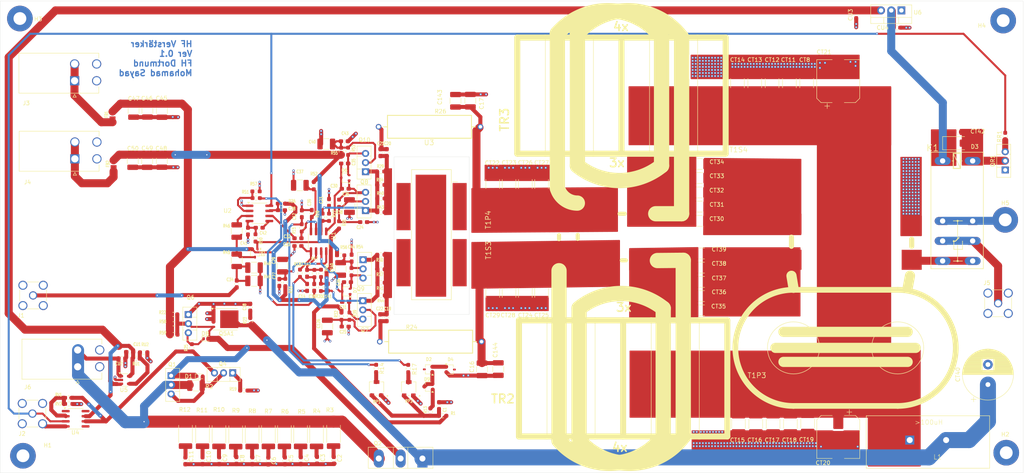
<source format=kicad_pcb>
(kicad_pcb (version 20240108) (generator "pcbnew") (generator_version "8.0")
  (layers (0 "F.Cu" signal) (1 "In1.Cu" signal) (2 "In2.Cu" signal) (31 "B.Cu" signal) (34 "B.Paste" user) (35 "F.Paste" user) (36 "B.SilkS" user "B.Overlay") (37 "F.SilkS" user "F.Overlay") (38 "B.Mask" user "B.Solder") (39 "F.Mask" user "F.Solder") (44 "Edge.Cuts" user))
  (net 0 "")
  (net 1 "Net-(C1-Pad1)")
  (net 2 "GND")
  (net 3 "Net-(C2-Pad1)")
  (net 4 "Net-(C3-Pad1)")
  (net 5 "Net-(C4-Pad1)")
  (net 6 "Net-(C5-Pad1)")
  (net 7 "Net-(C6-Pad1)")
  (net 8 "Net-(C7-Pad1)")
  (net 9 "Net-(C8-Pad1)")
  (net 10 "Net-(C9-Pad1)")
  (net 11 "Net-(C10-Pad1)")
  (net 12 "Net-(C11-Pad1)")
  (net 13 "Net-(C12-Pad1)")
  (net 14 "Net-(C14-Pad1)")
  (net 15 "D2")
  (net 16 "D1")
  (net 17 "Net-(L1-2)")
  (net 18 "Net-(C18-Pad1)")
  (net 19 "Output_OPV2_2")
  (net 20 "/HF Part/RFB2")
  (net 21 "/HF Part/RFB1")
  (net 22 "Output_OPV2_1")
  (net 23 "Net-(C23-Pad1)")
  (net 24 "Net-(Q8-C)")
  (net 25 "Net-(Q7-C)")
  (net 26 "Net-(U1-+VS)")
  (net 27 "Net-(U2-V+)")
  (net 28 "Net-(U1-OUT1)")
  (net 29 "Net-(Q8-B)")
  (net 30 "Net-(Q7-B)")
  (net 31 "Net-(U1-OUT2)")
  (net 32 "bias1")
  (net 33 "Output_OPV1")
  (net 34 "bias2")
  (net 35 "Input_Signal")
  (net 36 "Net-(C34-Pad2)")
  (net 37 "Net-(D6-A)")
  (net 38 "Net-(D7-A)")
  (net 39 "Net-(U1--VS)")
  (net 40 "Net-(C142-Pad1)")
  (net 41 "Net-(Q10-E)")
  (net 42 "Net-(U2-V-)")
  (net 43 "Net-(U2-C_{COMP})")
  (net 44 "Vp")
  (net 45 "Vn")
  (net 46 "Net-(C141-Pad1)")
  (net 47 "Net-(Q7-E)")
  (net 48 "Net-(U1--IN2)")
  (net 49 "Net-(D3-A)")
  (net 50 "Input_56V")
  (net 51 "Net-(D1-K)")
  (net 52 "/Switch/G")
  (net 53 "Net-(D9-A)")
  (net 54 "Net-(D2-A)")
  (net 57 "Net-(D5-K-Pad3)")
  (net 58 "Net-(D8-A)")
  (net 59 "Net-(D9-K-Pad1)")
  (net 60 "Enable")
  (net 61 "Output_56V")
  (net 62 "Net-(Q4-E)")
  (net 63 "/Switch/ENA")
  (net 64 "Net-(Q10-C)")
  (net 65 "Net-(U4--)")
  (net 66 "Net-(R14-Pad2)")
  (net 67 "Net-(R17-Pad2)")
  (net 68 "Net-(U1--IN1)")
  (net 69 "Net-(U2-+)")
  (net 70 "Net-(U2--)")
  (net 71 "Net-(U5-ADJ)")
  (net 75 "Net-(Q9-C)")
  (net 76 "Net-(J3-Pin_1)")
  (net 77 "Net-(J4-Pin_1)")
  (net 78 "V_12V")
  (net 79 "V_25V")
  (net 80 "Net-(J5-In)")
  (net 81 "Net-(K1B-S)")
  (net 82 "/HF Part/OutP1")
  (net 83 "/HF Part/OutS1")
  (net 84 "/HF Part/OutP2")
  (net 85 "/HF Part/OutS2")
  (net 86 "Net-(QR1-B)")
  (footprint "Capacitor_SMD:C_0603_1608Metric_Pad1.08x0.95mm_HandSolder" (layer "F.Cu") (at 104.628 138.524 -90)
    (property "Reference" "C3")
    (property "Value" "0.1uF")
  )
  (footprint "Resistor_SMD:R_0603_1608Metric_Pad0.98x0.95mm_HandSolder" (layer "F.Cu") (at 61.3595 111.5725)
    (property "Reference" "RU2")
    (property "Value" "1.35k")
  )
  (footprint "Capacitor_SMD:C_1812_4532Metric_Pad1.57x3.40mm_HandSolder" (layer "F.Cu") (at 152.5345 69.539 90)
    (property "Reference" "CT23")
    (property "Value" "120p")
  )
  (footprint "MountingHole:MountingHole_3.2mm_M3_Pad" (layer "F.Cu") (at 31.242 137.414)
    (property "Reference" "H1")
    (property "Value" "MountingHole")
  )
  (footprint "Resistor_SMD:R_0603_1608Metric_Pad0.98x0.95mm_HandSolder" (layer "F.Cu") (at 89.437 73.0485)
    (property "Reference" "R51")
    (property "Value" "470R")
  )
  (footprint "Capacitor_SMD:C_1210_3225Metric_Pad1.33x2.70mm_HandSolder" (layer "F.Cu") (at 139.1825 48.736 -90)
    (property "Reference" "C143")
    (property "Value" "470p")
  )
  (footprint "Resistor_SMD:R_0603_1608Metric_Pad0.98x0.95mm_HandSolder" (layer "F.Cu") (at 135.971 127.429)
    (property "Reference" "R1")
    (property "Value" "4k7")
  )
  (footprint "Capacitor_SMD:C_0603_1608Metric_Pad1.08x0.95mm_HandSolder" (layer "F.Cu") (at 102.137 91.8275 90)
    (property "Reference" "C142")
    (property "Value" "NDA")
  )
  (footprint "Capacitor_SMD:CP_Elec_10x10.5" (layer "F.Cu") (at 234.6815 43.824 90)
    (property "Reference" "CT21")
    (property "Value" "100u/63")
  )
  (footprint "Capacitor_SMD:C_0603_1608Metric_Pad1.08x0.95mm_HandSolder" (layer "F.Cu") (at 122.027 61.6845 90)
    (property "Reference" "C20")
    (property "Value" "1nF")
  )
  (footprint "Resistor_SMD:R_1210_3225Metric_Pad1.30x2.65mm_HandSolder" (layer "F.Cu") (at 74.422 119.888)
    (property "Reference" "R2")
    (property "Value" "330R")
  )
  (footprint "Capacitor_SMD:C_0603_1608Metric_Pad1.08x0.95mm_HandSolder" (layer "F.Cu") (at 113.252 88.0435 90)
    (property "Reference" "C44")
    (property "Value" "0.1uF")
  )
  (footprint "Capacitor_SMD:C_1210_3225Metric_Pad1.33x2.70mm_HandSolder" (layer "F.Cu") (at 65.921 51.29 -90)
    (property "Reference" "C45")
    (property "Value" "10uF")
  )
  (footprint "Capacitor_SMD:C_0603_1608Metric_Pad1.08x0.95mm_HandSolder" (layer "F.Cu") (at 96.603 138.6615 -90)
    (property "Reference" "C5")
    (property "Value" "0.1uF")
  )
  (footprint "Capacitor_SMD:C_0603_1608Metric_Pad1.08x0.95mm_HandSolder" (layer "F.Cu") (at 120.377 102.94 -90)
    (property "Reference" "C22")
    (property "Value" "DNA")
  )
  (footprint "Resistor_SMD:R_2512_6332Metric_Pad1.40x3.35mm_HandSolder" (layer "F.Cu") (at 92.478 132.028 -90)
    (property "Reference" "R7")
    (property "Value" "2R2")
  )
  (footprint "Package_TO_SOT_SMD:SOT-323_SC-70" (layer "F.Cu") (at 132.396 115.829 180)
    (property "Reference" "D2")
    (property "Value" "BAV99WT1G")
  )
  (footprint "Resistor_SMD:R_2512_6332Metric_Pad1.40x3.35mm_HandSolder" (layer "F.Cu") (at 80.153 132.028 -90)
    (property "Reference" "R10")
    (property "Value" "2R2")
  )
  (footprint "Capacitor_SMD:C_1210_3225Metric_Pad1.33x2.70mm_HandSolder" (layer "F.Cu") (at 106.934 59.5435 180)
    (property "Reference" "C40")
    (property "Value" "10uF")
  )
  (footprint "MountingHole:MountingHole_3.2mm_M3_Pad" (layer "F.Cu") (at 276.606 136.652)
    (property "Reference" "H2")
    (property "Value" "MountingHole")
  )
  (footprint "Capacitor_SMD:C_1812_4532Metric_Pad1.57x3.40mm_HandSolder" (layer "F.Cu") (at 213.8535 44.343 90)
    (property "Reference" "CT13")
    (property "Value" "100n")
  )
  (footprint "Resistor_SMD:R_0603_1608Metric_Pad0.98x0.95mm_HandSolder" (layer "F.Cu") (at 107.612 77.8435 -90)
    (property "Reference" "R27")
    (property "Value" "470R")
  )
  (footprint "Capacitor_SMD:C_0603_1608Metric_Pad1.08x0.95mm_HandSolder" (layer "F.Cu") (at 103.312 76.906 90)
    (property "Reference" "C39")
    (property "Value" "0.1uF")
  )
  (footprint "Capacitor_SMD:C_0603_1608Metric_Pad1.08x0.95mm_HandSolder" (layer "F.Cu") (at 111.4495 58.8435)
    (property "Reference" "C43")
    (property "Value" "0.1uF")
  )
  (footprint "Package_TO_SOT_SMD:SOT-323_SC-70" (layer "F.Cu") (at 111.877 96.3525 180)
    (property "Reference" "D7")
    (property "Value" "BAV99WT1G")
  )
  (footprint "Resistor_SMD:R_0603_1608Metric_Pad0.98x0.95mm_HandSolder" (layer "F.Cu") (at 110.112 79.7435 -90)
    (property "Reference" "R31")
    (property "Value" "2R2")
  )
  (footprint "Capacitor_SMD:C_1210_3225Metric_Pad1.33x2.70mm_HandSolder" (layer "F.Cu") (at 62.23 63.7925 -90)
    (property "Reference" "C49")
    (property "Value" "10uF")
  )
  (footprint "Capacitor_SMD:CP_Elec_10x10.5" (layer "F.Cu") (at 234.696 132.724 -90)
    (property "Reference" "CT20")
    (property "Value" "100u/63")
  )
  (footprint "Capacitor_SMD:C_0603_1608Metric_Pad1.08x0.95mm_HandSolder" (layer "F.Cu") (at 100.578 138.6115 -90)
    (property "Reference" "C4")
    (property "Value" "0.1uF")
  )
  (footprint "Capacitor_SMD:C_0603_1608Metric_Pad1.08x0.95mm_HandSolder" (layer "F.Cu") (at 107.312 95.3275 -90)
    (property "Reference" "C141")
    (property "Value" "10p")
  )
  (footprint "Capacitor_SMD:C_1210_3225Metric_Pad1.33x2.70mm_HandSolder" (layer "F.Cu") (at 96.012 89.916 90)
    (property "Reference" "C29")
    (property "Value" "10uF")
  )
  (footprint "Capacitor_SMD:C_1812_4532Metric_Pad1.57x3.40mm_HandSolder" (layer "F.Cu") (at 222.4895 44.343 90)
    (property "Reference" "CT11")
    (property "Value" "10n")
  )
  (footprint "HF:SMDPAD2,5X4" (layer "F.Cu") (at 210.058 122.936)
    (property "Reference" "T1P3")
    (property "Value" "THICKPINSMD2,5X4")
  )
  (footprint "Package_SO:SOIC-8_3.9x4.9mm_P1.27mm" (layer "F.Cu") (at 105.012 83.8435 -90)
    (property "Reference" "U1")
    (property "Value" "AD8017ARZ")
  )
  (footprint "Capacitor_SMD:C_1812_4532Metric_Pad1.57x3.40mm_HandSolder" (layer "F.Cu") (at 152.5345 96.717 90)
    (property "Reference" "CT28")
    (property "Value" "120p")
  )
  (footprint "Resistor_SMD:R_0603_1608Metric_Pad0.98x0.95mm_HandSolder" (layer "F.Cu") (at 42.672 122.936 180)
    (property "Reference" "RV1")
    (property "Value" "10k")
  )
  (footprint "Resistor_SMD:R_0603_1608Metric_Pad0.98x0.95mm_HandSolder" (layer "F.Cu") (at 103.812 69.9435 90)
    (property "Reference" "R52")
    (property "Value" "2R2")
  )
  (footprint "Package_TO_SOT_THT:TO-126-3_Vertical" (layer "F.Cu") (at 276.352 66.028 90)
    (property "Reference" "QR1")
    (property "Value" "BD139")
  )
  (footprint "Capacitor_SMD:C_0603_1608Metric_Pad1.08x0.95mm_HandSolder" (layer "F.Cu") (at 120.427 61.672 90)
    (property "Reference" "C21")
    (property "Value" "DNA")
  )
  (footprint "HF:DOPPELRINGKERN" (layer "F.Cu") (at 179.578 121.666)
    (property "Reference" "TR2")
    (property "Value" "~")
  )
  (footprint "Resistor_SMD:R_0603_1608Metric_Pad0.98x0.95mm_HandSolder" (layer "F.Cu") (at 119.38 115.6 -90)
    (property "Reference" "R14")
    (property "Value" "120R")
  )
  (footprint "Capacitor_SMD:C_1210_3225Metric_Pad1.33x2.70mm_HandSolder" (layer "F.Cu") (at 200.6215 97.524368 180)
    (property "Reference" "CT36")
    (property "Value" "10n")
  )
  (footprint "Capacitor_SMD:C_0603_1608Metric_Pad1.08x0.95mm_HandSolder" (layer "F.Cu") (at 111.6645 70.7185)
    (property "Reference" "C30")
    (property "Value" "0.1uF")
  )
  (footprint "Capacitor_SMD:C_0603_1608Metric_Pad1.08x0.95mm_HandSolder" (layer "F.Cu") (at 116.2495 79.0435)
    (property "Reference" "C24")
    (property "Value" "0.1uF")
  )
  (footprint "Package_TO_SOT_THT:TO-126-3_Vertical" (layer "F.Cu") (at 116.727 66.4625 90)
    (property "Reference" "Q10")
    (property "Value" "BD140")
  )
  (footprint "Capacitor_SMD:C_1812_4532Metric_Pad1.57x3.40mm_HandSolder" (layer "F.Cu") (at 214.1075 129.433 -90)
    (property "Reference" "CT16")
    (property "Value" "10n")
  )
  (footprint "Capacitor_SMD:C_0603_1608Metric_Pad1.08x0.95mm_HandSolder" (layer "F.Cu") (at 103.912 95.365 90)
    (property "Reference" "C38")
    (property "Value" "0.1uF")
  )
  (footprint "Capacitor_SMD:C_0603_1608Metric_Pad1.08x0.95mm_HandSolder" (layer "F.Cu") (at 122.002 102.915 -90)
    (property "Reference" "C19")
    (property "Value" "1nF")
  )
  (footprint "Library:TO-247-3_MOSFET" (layer "F.Cu") (at 130.926 138.102 180)
    (property "Reference" "Q2")
    (property "Value" "IXTH90P10P")
  )
  (footprint "Capacitor_SMD:C_0603_1608Metric_Pad1.08x0.95mm_HandSolder" (layer "F.Cu") (at 87.387 81.2985 -90)
    (property "Reference" "C41")
    (property "Value" "0.1uF")
  )
  (footprint "Connector_Coaxial:SMA_Amphenol_901-144_Vertical" (layer "F.Cu") (at 33.602 126.88)
    (property "Reference" "J2")
    (property "Value" "Enable")
  )
  (footprint "Capacitor_SMD:C_1812_4532Metric_Pad1.57x3.40mm_HandSolder" (layer "F.Cu") (at 218.1715 44.343 90)
    (property "Reference" "CT12")
    (property "Value" "100n")
  )
  (footprint "Library:MOLEX_26013115" (layer "F.Cu") (at 44.128 43.742 -90)
    (property "Reference" "J3")
    (property "Value" "Vp_8V")
  )
  (footprint "Package_TO_SOT_THT:TO-126-3_Vertical" (layer "F.Cu") (at 68.2095 117.4175 -90)
    (property "Reference" "Q1")
    (property "Value" "BD139")
  )
  (footprint "Capacitor_THT:CP_Radial_D12.5mm_P5.00mm" (layer "F.Cu") (at 272.034 119.634 90)
    (property "Reference" "CT40")
    (property "Value" "470u/63")
  )
  (footprint "Package_SO:SOIC-8_3.9x4.9mm_P1.27mm" (layer "F.Cu") (at 90.237 76.8735)
    (property "Reference" "U2")
    (property "Value" "AD8021AR")
  )
  (footprint "Capacitor_SMD:C_0603_1608Metric_Pad1.08x0.95mm_HandSolder" (layer "F.Cu") (at 84.582 94.488 90)
    (property "Reference" "C34")
    (property "Value" "4n7")
  )
  (footprint "Package_TO_SOT_SMD:SOT-323_SC-70" (layer "F.Cu") (at 137.896 115.879)
    (property "Reference" "D4")
    (property "Value" "BAV99WT1G")
  )
  (footprint "Capacitor_SMD:C_1210_3225Metric_Pad1.33x2.70mm_HandSolder" (layer "F.Cu") (at 200.6215 86.868 180)
    (property "Reference" "CT39")
    (property "Value" "10n")
  )
  (footprint "Resistor_SMD:R_2512_6332Metric_Pad1.40x3.35mm_HandSolder" (layer "F.Cu") (at 96.478 132.028 -90)
    (property "Reference" "R6")
    (property "Value" "2R2")
  )
  (footprint "Capacitor_SMD:C_1812_4532Metric_Pad1.57x3.40mm_HandSolder" (layer "F.Cu") (at 218.4255 129.433 -90)
    (property "Reference" "CT17")
    (property "Value" "100n")
  )
  (footprint "Resistor_SMD:R_0603_1608Metric_Pad0.98x0.95mm_HandSolder" (layer "F.Cu") (at 110.652 61.3775 -90)
    (property "Reference" "R55")
    (property "Value" "2R2")
  )
  (footprint "Capacitor_SMD:C_0603_1608Metric_Pad1.08x0.95mm_HandSolder" (layer "F.Cu") (at 112.212 94.0435)
    (property "Reference" "C36")
    (property "Value" "0.1uF")
  )
  (footprint "Capacitor_SMD:C_0603_1608Metric_Pad1.08x0.95mm_HandSolder" (layer "F.Cu") (at 135.071 124.904 90)
    (property "Reference" "C1")
    (property "Value" "0.1uF")
  )
  (footprint "Package_TO_SOT_THT:TO-126-3_Vertical" (layer "F.Cu") (at 72.5095 102.13 -90)
    (property "Reference" "Q6")
    (property "Value" "BD139")
  )
  (footprint "Capacitor_SMD:C_1210_3225Metric_Pad1.33x2.70mm_HandSolder" (layer "F.Cu") (at 200.1135 64.516 180)
    (property "Reference" "CT34")
    (property "Value" "10n")
  )
  (footprint "Capacitor_SMD:C_1210_3225Metric_Pad1.33x2.70mm_HandSolder" (layer "F.Cu") (at 200.075 78.74 180)
    (property "Reference" "CT30")
    (property "Value" "10n")
  )
  (footprint "Capacitor_SMD:C_1210_3225Metric_Pad1.33x2.70mm_HandSolder" (layer "F.Cu") (at 200.1135 75.184 180)
    (property "Reference" "CT31")
    (property "Value" "10n")
  )
  (footprint "Capacitor_SMD:C_0603_1608Metric_Pad1.08x0.95mm_HandSolder" (layer "F.Cu") (at 88.478 138.6365 -90)
    (property "Reference" "C7")
    (property "Value" "0.1uF")
  )
  (footprint "MountingHole:MountingHole_3.2mm_M3_Pad" (layer "F.Cu") (at 276.352 78.486)
    (property "Reference" "H5")
    (property "Value" "MountingHole_Pad")
  )
  (footprint "HF:KERN90_STEHEND_2PIN" (layer "F.Cu") (at 257.0655 133.497 180)
    (property "Reference" "L1")
    (property "Value" ">100uH")
  )
  (footprint "Connector_Coaxial:SMA_Amphenol_901-144_Vertical" (layer "F.Cu") (at 274.574 99.314)
    (property "Reference" "J5")
    (property "Value" "Output")
  )
  (footprint "Capacitor_SMD:C_0603_1608Metric_Pad1.08x0.95mm_HandSolder" (layer "F.Cu") (at 239.1675 27.2785 90)
    (property "Reference" "CU3")
    (property "Value" "10u")
  )
  (footprint "Capacitor_SMD:C_1210_3225Metric_Pad1.33x2.70mm_HandSolder" (layer "F.Cu") (at 200.075 71.628 180)
    (property "Reference" "CT32")
    (property "Value" "10n")
  )
  (footprint "Resistor_SMD:R_0603_1608Metric_Pad0.98x0.95mm_HandSolder" (layer "F.Cu") (at 96.712 94.1435 -90)
    (property "Reference" "R33")
    (property "Value" "2R2")
  )
  (footprint "Resistor_SMD:R_1210_3225Metric_Pad1.30x2.65mm_HandSolder" (layer "F.Cu") (at 88.9 93.726)
    (property "Reference" "R49")
    (property "Value" "100R")
  )
  (footprint "Capacitor_SMD:C_0603_1608Metric_Pad1.08x0.95mm_HandSolder" (layer "F.Cu") (at 71.753 138.6615 -90)
    (property "Reference" "C11")
    (property "Value" "0.1uF")
  )
  (footprint "Resistor_SMD:R_0603_1608Metric_Pad0.98x0.95mm_HandSolder" (layer "F.Cu") (at 132.896 126.479 90)
    (property "Reference" "R13")
    (property "Value" "120R")
  )
  (footprint "Package_TO_SOT_SMD:TDSON-8-1" (layer "F.Cu") (at 81.6845 103.31)
    (property "Reference" "Q5A1")
    (property "Value" "BSC340N08NS3G")
  )
  (footprint "Capacitor_SMD:C_1210_3225Metric_Pad1.33x2.70mm_HandSolder" (layer "F.Cu") (at 200.6215 90.424 180)
    (property "Reference" "CT38")
    (property "Value" "10n")
  )
  (footprint "Resistor_SMD:R_1210_3225Metric_Pad1.30x2.65mm_HandSolder" (layer "F.Cu") (at 84.582 81.28 -90)
    (property "Reference" "R46")
    (property "Value" "100R")
  )
  (footprint "HF:G2RE" (layer "F.Cu") (at 264.541 78.7654 -90)
    (property "Reference" "K1")
    (property "Value" "~")
  )
  (footprint "Resistor_SMD:R_0603_1608Metric_Pad0.98x0.95mm_HandSolder" (layer "F.Cu") (at 100.372 91.8185 -90)
    (property "Reference" "R18")
    (property "Value" "4k7")
  )
  (footprint "Capacitor_SMD:C_0603_1608Metric_Pad1.08x0.95mm_HandSolder" (layer "F.Cu") (at 99.8645 83.0845)
    (property "Reference" "C32")
    (property "Value" "0.1uF")
  )
  (footprint "Capacitor_SMD:C_1210_3225Metric_Pad1.33x2.70mm_HandSolder" (layer "F.Cu") (at 149.846 115.7615 90)
    (property "Reference" "C144")
    (property "Value" "470p")
  )
  (footprint "HF:SMDPAD2,5X4" (layer "F.Cu") (at 209.55 58.166)
    (property "Reference" "T1S4")
    (property "Value" "THICKPINSMD2,5X4")
  )
  (footprint "Resistor_SMD:R_0603_1608Metric_Pad0.98x0.95mm_HandSolder" (layer "F.Cu") (at 113.212 91.431 90)
    (property "Reference" "R54")
    (property "Value" "10k")
  )
  (footprint "Library:PVG3A" (layer "F.Cu") (at 127.508 120.65 180)
    (property "Reference" "RP2")
    (property "Value" "R_Potentiometer")
  )
  (footprint "Resistor_SMD:R_0603_1608Metric_Pad0.98x0.95mm_HandSolder" (layer "F.Cu") (at 120.577 90.8275 180)
    (property "Reference" "R37")
    (property "Value" "39R")
  )
  (footprint "Library:BLM21PG300SN1B" (layer "F.Cu") (at 53.855 64.4925 -90)
    (property "Reference" "FB2")
    (property "Value" "FerriteBead")
  )
  (footprint "Capacitor_SMD:C_1812_4532Metric_Pad1.57x3.40mm_HandSolder" (layer "F.Cu") (at 160.6625 69.539 90)
    (property "Reference" "CT27")
    (property "Value" "120p")
  )
  (footprint "Resistor_SMD:R_0603_1608Metric_Pad0.98x0.95mm_HandSolder" (layer "F.Cu") (at 105.612 91.84 90)
    (property "Reference" "R42")
    (property "Value" "220R")
  )
  (footprint "Resistor_SMD:R_0603_1608Metric_Pad0.98x0.95mm_HandSolder" (layer "F.Cu") (at 120.477 66.4025 180)
    (property "Reference" "R29")
    (property "Value" "39R")
  )
  (footprint "Resistor_SMD:R_2512_6332Metric_Pad1.40x3.35mm_HandSolder" (layer "F.Cu") (at 104.503 132.028 -90)
    (property "Reference" "R4")
    (property "Value" "2R2")
  )
  (footprint "Capacitor_SMD:C_1210_3225Metric_Pad1.33x2.70mm_HandSolder" (layer "F.Cu") (at 110.512 90.7435 -90)
    (property "Reference" "C140")
    (property "Value" "10uF")
  )
  (footprint "Capacitor_SMD:C_0603_1608Metric_Pad1.08x0.95mm_HandSolder" (layer "F.Cu") (at 57.872 111.48 180)
    (property "Reference" "CU1")
    (property "Value" "1uF")
  )
  (footprint "Library:D_SOD-523_new" (layer "F.Cu") (at 77.0345 108.18)
    (property "Reference" "D8")
    (property "Value" "BAT54XV2T5G")
  )
  (footprint "Library:D_SOD-523_new" (layer "F.Cu") (at 75.4095 117.5725)
    (property "Reference" "D1")
    (property "Value" "BAT54XV2T5G")
  )
  (footprint "Library:BLM21PG300SN1B" (layer "F.Cu") (at 53.594 52.324 -90)
    (property "Reference" "FB1")
    (property "Value" "FerriteBead")
  )
  (footprint "Capacitor_SMD:C_1812_4532Metric_Pad1.57x3.40mm_HandSolder" (layer "F.Cu") (at 156.5985 69.539 90)
    (property "Reference" "CT26")
    (property "Value" "120p")
  )
  (footprint "Resistor_SMD:R_0603_1608Metric_Pad0.98x0.95mm_HandSolder" (layer "F.Cu") (at 89.3995 71.3735 180)
    (property "Reference" "R57")
    (property "Value" "470R")
  )
  (footprint "Capacitor_SMD:C_1812_4532Metric_Pad1.57x3.40mm_HandSolder" (layer "F.Cu") (at 148.4705 96.717 90)
    (property "Reference" "CT29")
    (property "Value" "120p")
  )
  (footprint "Capacitor_SMD:C_1812_4532Metric_Pad1.57x3.40mm_HandSolder" (layer "F.Cu") (at 148.4705 69.539 90)
    (property "Reference" "CT22")
    (property "Value" "120p")
  )
  (footprint "Capacitor_SMD:C_0603_1608Metric_Pad1.08x0.95mm_HandSolder" (layer "F.Cu") (at 84.503 138.5865 -90)
    (property "Reference" "C8")
    (property "Value" "0.1uF")
  )
  (footprint "Library:MOLEX_26013115" (layer "F.Cu") (at 44.196 63.246 -90)
    (property "Reference" "J4")
    (property "Value" "Vn_-5V")
  )
  (footprint "Capacitor_SMD:C_0603_1608Metric_Pad1.08x0.95mm_HandSolder" (layer "F.Cu") (at 249.3275 30.48 180)
    (property "Reference" "CU4")
    (property "Value" "22u")
  )
  (footprint "HF:SMDPAD2,5X4" (layer "F.Cu") (at 144.78 78.486 -90)
    (property "Reference" "T1P4")
    (property "Value" "THICKPINSMD2,5X4")
  )
  (footprint "Resistor_SMD:R_2512_6332Metric_Pad1.40x3.35mm_HandSolder" (layer "F.Cu") (at 84.328 132.078 -90)
    (property "Reference" "R9")
    (property "Value" "2R2")
  )
  (footprint "Package_TO_SOT_THT:TO-126-3_Vertical" (layer "F.Cu") (at 116.052 98.7025 -90)
    (property "Reference" "Q7")
    (property "Value" "BD139")
  )
  (footprint "Resistor_SMD:R_0603_1608Metric_Pad0.98x0.95mm_HandSolder" (layer "F.Cu") (at 127.38 115.625 -90)
    (property "Reference" "R17")
    (property "Value" "120R")
  )
  (footprint "Resistor_SMD:R_0603_1608Metric_Pad0.98x0.95mm_HandSolder" (layer "F.Cu") (at 42.672 124.46)
    (property "Reference" "RV2")
    (property "Value" "2k")
  )
  (footprint "Capacitor_SMD:C_1210_3225Metric_Pad1.33x2.70mm_HandSolder" (layer "F.Cu") (at 107.187 105.1175 -90)
    (property "Reference" "C126")
    (property "Value" "10uF")
  )
  (footprint "Capacitor_SMD:C_1210_3225Metric_Pad1.33x2.70mm_HandSolder" (layer "F.Cu") (at 62.296 51.24 -90)
    (property "Reference" "C46")
    (property "Value" "10uF")
  )
  (footprint "Resistor_SMD:R_0603_1608Metric_Pad0.98x0.95mm_HandSolder" (layer "F.Cu") (at 68.897 107.155)
    (property "Reference" "R59")
    (property "Value" "220R")
  )
  (footprint "Resistor_SMD:R_2512_6332Metric_Pad1.40x3.35mm_HandSolder" (layer "F.Cu") (at 100.528 132.028 -90)
    (property "Reference" "R5")
    (property "Value" "2R2")
  )
  (footprint "Resistor_SMD:R_0603_1608Metric_Pad0.98x0.95mm_HandSolder" (layer "F.Cu") (at 120.5395 69.7525 180)
    (property "Reference" "R34")
    (property "Value" "39R")
  )
  (footprint "Capacitor_SMD:C_0603_1608Metric_Pad1.08x0.95mm_HandSolder" (layer "F.Cu") (at 95.737 76.0735)
    (property "Reference" "C28")
    (property "Value" "0.1uF")
  )
  (footprint "Capacitor_SMD:C_0603_1608Metric_Pad1.08x0.95mm_HandSolder" (layer "F.Cu") (at 111.6495 105.1435)
    (property "Reference" "C25")
    (property "Value" "0.1uF")
  )
  (footprint "Capacitor_SMD:C_1210_3225Metric_Pad1.33x2.70mm_HandSolder" (layer "F.Cu") (at 58.851 51.265 -90)
    (property "Reference" "C47")
    (property "Value" "10uF")
  )
  (footprint "Library:AX_1.000X.225_.034" (layer "F.Cu") (at 135.0515 109.389 180)
    (property "Reference" "R24")
    (property "Value" "270R")
  )
  (footprint "Capacitor_SMD:C_1210_3225Metric_Pad1.33x2.70mm_HandSolder" (layer "F.Cu") (at 200.6215 93.98 180)
    (property "Reference" "CT37")
    (property "Value" "10n")
  )
  (footprint "HF:BLF188" (layer "F.Cu") (at 131.514 65.172 -90)
    (property "Reference" "U3")
    (property "Value" "BLF188XRU")
  )
  (footprint "Capacitor_SMD:C_0603_1608Metric_Pad1.08x0.95mm_HandSolder" (layer "F.Cu") (at 92.453 138.7115 -90)
    (property "Reference" "C6")
    (property "Value" "0.1uF")
  )
  (footprint "Resistor_SMD:R_0603_1608Metric_Pad0.98x0.95mm_HandSolder" (layer "F.Cu") (at 120.5645 73.1525 180)
    (property "Reference" "R40")
    (property "Value" "39R")
  )
  (footprint "Resistor_SMD:R_0603_1608Metric_Pad0.98x0.95mm_HandSolder" (layer "F.Cu") (at 103.962 91.9025 -90)
    (property "Reference" "R47")
    (property "Value" "220R")
  )
  (footprint "Resistor_SMD:R_0603_1608Metric_Pad0.98x0.95mm_HandSolder" (layer "F.Cu") (at 110.512 87.3435 180)
    (property "Reference" "R56")
    (property "Value" "2R2")
  )
  (footprint "Capacitor_SMD:C_1812_4532Metric_Pad1.57x3.40mm_HandSolder" (layer "F.Cu") (at 160.6625 96.717 90)
    (property "Reference" "CT25")
    (property "Value" "120p")
  )
  (footprint "Package_TO_SOT_SMD:SOT-323_SC-70" (layer "F.Cu") (at 111.627 67.9775 180)
    (property "Reference" "D6")
    (property "Value" "BAV99WT1G")
  )
  (footprint "Capacitor_SMD:C_1210_3225Metric_Pad1.33x2.70mm_HandSolder" (layer "F.Cu") (at 142.8825 48.711 -90)
    (property "Reference" "C17")
    (property "Value" "470p")
  )
  (footprint "MountingHole:MountingHole_3.2mm_M3_Pad" (layer "F.Cu") (at 275.844 28.702)
    (property "Reference" "H4")
    (property "Value" "MountingHole")
  )
  (footprint "Capacitor_SMD:C_1210_3225Metric_Pad1.33x2.70mm_HandSolder" (layer "F.Cu") (at 58.635 63.7925 -90)
    (property "Reference" "C50")
    (property "Value" "10uF")
  )
  (footprint "Resistor_SMD:R_0603_1608Metric_Pad0.98x0.95mm_HandSolder" (layer "F.Cu") (at 100.802 80.4845 90)
    (property "Reference" "R15")
    (property "Value" "4k7")
  )
  (footprint "Capacitor_SMD:C_0603_1608Metric_Pad1.08x0.95mm_HandSolder" (layer "F.Cu") (at 55.9345 113.08)
    (property "Reference" "CU2")
    (property "Value" "1uF")
  )
  (footprint "Resistor_SMD:R_2512_6332Metric_Pad1.40x3.35mm_HandSolder" (layer "F.Cu") (at 88.428 132.053 -90)
    (property "Reference" "R8")
    (property "Value" "2R2")
  )
  (footprint "Resistor_SMD:R_0603_1608Metric_Pad0.98x0.95mm_HandSolder" (layer "F.Cu") (at 73.3845 110.455 90)
    (property "Reference" "R25")
    (property "Value" "4k7")
  )
  (footprint "Capacitor_SMD:C_0603_1608Metric_Pad1.08x0.95mm_HandSolder" (layer "F.Cu") (at 99.852 85.0095)
    (property "Reference" "C33")
    (property "Value" "0.1uF")
  )
  (footprint "MountingHole:MountingHole_3.2mm_M3_Pad" (layer "F.Cu") (at 30.48 28.194)
    (property "Reference" "H3")
    (property "Value" "MountingHole")
  )
  (footprint "Capacitor_SMD:C_1812_4532Metric_Pad1.57x3.40mm_HandSolder" (layer "F.Cu") (at 226.8075 44.343 90)
    (property "Reference" "CT8")
    (property "Value" "10n")
  )
  (footprint "Resistor_SMD:R_0603_1608Metric_Pad0.98x0.95mm_HandSolder" (layer "F.Cu") (at 110.712 102.5435 90)
    (property "Reference" "R32")
    (property "Value" "2R2")
  )
  (footprint "Capacitor_SMD:C_0603_1608Metric_Pad1.08x0.95mm_HandSolder" (layer "F.Cu") (at 111.7645 98.9775)
    (property "Reference" "C31")
    (property "Value" "0.1uF")
  )
  (footprint "Capacitor_SMD:C_1210_3225Metric_Pad1.33x2.70mm_HandSolder" (layer "F.Cu") (at 200.1135 68.032 180)
    (property "Reference" "CT33")
    (property "Value" "10n")
  )
  (footprint "Package_TO_SOT_THT:TO-220-3_Vertical" (layer "F.Cu") (at 250.444 26.162 180)
    (property "Reference" "U6")
    (property "Value" "LT1085-12")
  )
  (footprint "Resistor_SMD:R_0603_1608Metric_Pad0.98x0.95mm_HandSolder" (layer "F.Cu") (at 112.377 61.3525 90)
    (property "Reference" "R53")
    (property "Value" "10k")
  )
  (footprint "Resistor_SMD:R_0603_1608Metric_Pad0.98x0.95mm_HandSolder" (layer "F.Cu") (at 105.587 95.3525 90)
    (property "Reference" "R35")
    (property "Value" "220R")
  )
  (footprint "Capacitor_SMD:C_1812_4532Metric_Pad1.57x3.40mm_HandSolder" (layer "F.Cu") (at 222.7435 129.433 -90)
    (property "Reference" "CT18")
    (property "Value" "100n")
  )
  (footprint "Resistor_SMD:R_0603_1608Metric_Pad0.98x0.95mm_HandSolder" (layer "F.Cu") (at 120.6145 97.3525 180)
    (property "Reference" "R44")
    (property "Value" "39R")
  )
  (footprint "Capacitor_SMD:C_1812_4532Metric_Pad1.57x3.40mm_HandSolder" (layer "F.Cu") (at 156.5985 96.717 90)
    (property "Reference" "CT24")
    (property "Value" "120p")
  )
  (footprint "Resistor_SMD:R_0603_1608Metric_Pad0.98x0.95mm_HandSolder" (layer "F.Cu") (at 86.3595 121.1175)
    (property "Reference" "R19")
    (property "Value" "120R")
  )
  (footprint "Library:AX_1.000X.225_.034" (layer "F.Cu") (at 134.7545 55.7095 180)
    (property "Reference" "R26")
    (property "Value" "270R")
  )
  (footprint "HF:SMDPAD2,5X4" (layer "F.Cu") (at 144.78 86.106 90)
    (property "Reference" "T1S3")
    (property "Value" "THICKPINSMD2,5X4")
  )
  (footprint "Package_TO_SOT_THT:TO-126-3_Vertical" (layer "F.Cu") (at 83.5845 116.7175 180)
    (property "Reference" "Q4")
    (property "Value" "BD139")
  )
  (footprint "Resistor_SMD:R_0603_1608Metric_Pad0.98x0.95mm_HandSolder" (layer "F.Cu") (at 95.737 74.4235)
    (property "Reference" "R36")
    (property "Value" "2R2")
  )
  (footprint "Resistor_SMD:R_2512_6332Metric_Pad1.40x3.35mm_HandSolder" (layer "F.Cu") (at 76.053 131.978 -90)
    (property "Reference" "R11")
    (property "Value" "2R2")
  )
  (footprint "Resistor_SMD:R_0603_1608Metric_Pad0.98x0.95mm_HandSolder" (layer "F.Cu") (at 112.712 102.5435 90)
    (property "Reference" "R39")
    (property "Value" "10k")
  )
  (footprint "Capacitor_SMD:C_0603_1608Metric_Pad1.08x0.95mm_HandSolder" (layer "F.Cu") (at 87.9595 100.33 90)
    (property "Reference" "C18")
    (property "Value" "1nF")
  )
  (footprint "Resistor_SMD:R_0603_1608Metric_Pad0.98x0.95mm_HandSolder" (layer "F.Cu") (at 276.352 57.658 90)
    (property "Reference" "RR1")
    (property "Value" "1K")
  )
  (footprint "Capacitor_SMD:C_0603_1608Metric_Pad1.08x0.95mm_HandSolder" (layer "F.Cu") (at 76.053 138.6365 -90)
    (property "Reference" "C10")
    (property "Value" "0.1uF")
  )
  (footprint "Package_TO_SOT_THT:TO-126-3_Vertical" (layer "F.Cu") (at 116.102 88.4525 -90)
    (property "Reference" "Q9")
    (property "Value" "BD140")
  )
  (footprint "Library:MOLEX_26013115" (layer "F.Cu") (at 44.892 115.184 -90)
    (property "Reference" "J6")
    (property "Value" "Input_56V")
  )
  (footprint "Resistor_SMD:R_0603_1608Metric_Pad0.98x0.95mm_HandSolder" (layer "F.Cu") (at 120.5645 76.5775 180)
    (property "Reference" "R43")
    (property "Value" "39R")
  )
  (footprint "Diode_SMD:D_SMA" (layer "F.Cu") (at 264.2315 59.329)
    (property "Reference" "D3")
    (property "Value" "D")
  )
  (footprint "Package_TO_SOT_SMD:SOT-323_SC-70" (layer "F.Cu") (at 89.154 86.7985 -90)
    (property "Reference" "D5")
    (property "Value" "BAV99WT1G")
  )
  (footprint "Package_TO_SOT_THT:TO-126-3_Vertical" (layer "F.Cu") (at 116.727 76.1625 90)
    (property "Reference" "Q8")
    (property "Value" "BD139")
  )
  (footprint "Resistor_SMD:R_0603_1608Metric_Pad0.98x0.95mm_HandSolder" (layer "F.Cu") (at 120.5895 94.1775 180)
    (property "Reference" "R41")
    (property "Value" "39R")
  )
  (footprint "Capacitor_SMD:C_0603_1608Metric_Pad1.08x0.95mm_HandSolder" (layer "F.Cu") (at 111.512 64.4025)
    (property "Reference" "C35")
    (property "Value" "0.1uF")
  )
  (footprint "Resistor_SMD:R_0603_1608Metric_Pad0.98x0.95mm_HandSolder" (layer "F.Cu") (at 68.8345 102.105)
    (property "Reference" "R22")
    (property "Value" "220R")
  )
  (footprint "Capacitor_SMD:C_0603_1608Metric_Pad1.08x0.95mm_HandSolder" (layer "F.Cu") (at 264.4855 56.535)
    (property "Reference" "CT42")
    (property "Value" "100n")
  )
  (footprint "HF:DOPPELLMANTEL_STEHEND" (layer "F.Cu") (at 260.718 125.475 90)
    (property "Reference" "TR4" (hide yes))
    (property "Value" "BALUN" (hide yes))
  )
  (footprint "Capacitor_SMD:C_1210_3225Metric_Pad1.33x2.70mm_HandSolder" (layer "F.Cu") (at 200.6215 101.092 180)
    (property "Reference" "CT35")
    (property "Value" "10n")
  )
  (footprint "Capacitor_SMD:C_1812_4532Metric_Pad1.57x3.40mm_HandSolder" (layer "F.Cu") (at 209.7895 129.433 -90)
    (property "Reference" "CT15")
    (property "Value" "10n")
  )
  (footprint "Resistor_SMD:R_0603_1608Metric_Pad0.98x0.95mm_HandSolder" (layer "F.Cu") (at 87.9595 103.905 90)
    (property "Reference" "R23")
    (property "Value" "2R2")
  )
  (footprint "Library:PVG3A" (layer "F.Cu") (at 119.4755 120.65 180)
    (property "Reference" "RP1")
    (property "Value" "R_Potentiometer")
  )
  (footprint "Resistor_SMD:R_0603_1608Metric_Pad0.98x0.95mm_HandSolder" (layer "F.Cu") (at 106.012 77.831 90)
    (property "Reference" "R28")
    (property "Value" "470R")
  )
  (footprint "Capacitor_SMD:C_1210_3225Metric_Pad1.33x2.70mm_HandSolder" (layer "F.Cu") (at 65.905 63.7675 -90)
    (property "Reference" "C48")
    (property "Value" "10uF")
  )
  (footprint "Resistor_SMD:R_2512_6332Metric_Pad1.40x3.35mm_HandSolder" (layer "F.Cu") (at 71.803 131.953 -90)
    (property "Reference" "R12")
    (property "Value" "2R2")
  )
  (footprint "Capacitor_SMD:C_0603_1608Metric_Pad1.08x0.95mm_HandSolder" (layer "F.Cu") (at 108.7985 138.553 -90)
    (property "Reference" "C2")
    (property "Value" "0.1uF")
  )
  (footprint "Capacitor_SMD:C_0603_1608Metric_Pad1.08x0.95mm_HandSolder" (layer "F.Cu") (at 107.612 74.1435 90)
    (property "Reference" "C23")
    (property "Value" "0.1uF")
  )
  (footprint "Capacitor_SMD:C_1210_3225Metric_Pad1.33x2.70mm_HandSolder" (layer "F.Cu") (at 145.796 115.824 90)
    (property "Reference" "C16")
    (property "Value" "470p")
  )
  (footprint "Capacitor_SMD:C_0603_1608Metric_Pad1.08x0.95mm_HandSolder" (layer "F.Cu") (at 100.827 76.9595 90)
    (property "Reference" "C12")
    (property "Value" "0.1uF")
  )
  (footprint "Package_TO_SOT_SMD:SOT-323_SC-70" (layer "F.Cu") (at 132.396 120.129 180)
    (property "Reference" "D9")
    (property "Value" "BAV99WT1G")
  )
  (footprint "Capacitor_SMD:C_1210_3225Metric_Pad1.33x2.70mm_HandSolder" (layer "F.Cu") (at 112.712 75.0435 -90)
    (property "Reference" "C26")
    (property "Value" "10uF")
  )
  (footprint "Package_SO:SOIC-8_3.9x4.9mm_P1.27mm" (layer "F.Cu") (at 44.3845 128.1725)
    (property "Reference" "U4")
    (property "Value" "AD8033")
  )
  (footprint "Capacitor_SMD:C_1812_4532Metric_Pad1.57x3.40mm_HandSolder" (layer "F.Cu") (at 209.5355 44.343 90)
    (property "Reference" "CT14")
    (property "Value" "1u")
  )
  (footprint "Capacitor_SMD:C_0603_1608Metric_Pad1.08x0.95mm_HandSolder" (layer "F.Cu") (at 95.212 94.1435 -90)
    (property "Reference" "C27")
    (property "Value" "0.1uF")
  )
  (footprint "Capacitor_SMD:C_0603_1608Metric_Pad1.08x0.95mm_HandSolder" (layer "F.Cu") (at 102.147 95.356 -90)
    (property "Reference" "C14")
    (property "Value" "0.1uF")
  )
  (footprint "Capacitor_SMD:C_1812_4532Metric_Pad1.57x3.40mm_HandSolder" (layer "F.Cu") (at 227.0615 129.3275 -90)
    (property "Reference" "CT19")
    (property "Value" "1u")
  )
  (footprint "Resistor_SMD:R_1210_3225Metric_Pad1.30x2.65mm_HandSolder" (layer "F.Cu") (at 84.582 88.589 -90)
    (property "Reference" "R45")
    (property "Value" "100R")
  )
  (footprint "Capacitor_SMD:C_0603_1608Metric_Pad1.08x0.95mm_HandSolder" (layer "F.Cu") (at 80.203 138.624 -90)
    (property "Reference" "C9")
    (property "Value" "0.1uF")
  )
  (footprint "Package_TO_SOT_SMD:SOT-23-5" (layer "F.Cu") (at 56.7095 118.48)
    (property "Reference" "U5")
    (property "Value" "LT3014xS5")
  )
  (footprint "Resistor_SMD:R_2512_6332Metric_Pad1.40x3.35mm_HandSolder" (layer "F.Cu") (at 108.7485 131.9445 -90)
    (property "Reference" "R3")
    (property "Value" "2R2")
  )
  (footprint "Resistor_SMD:R_0603_1608Metric_Pad0.98x0.95mm_HandSolder" (layer "F.Cu") (at 120.552 87.2025 180)
    (property "Reference" "R30")
    (property "Value" "39R")
  )
  (footprint "Resistor_SMD:R_0603_1608Metric_Pad0.98x0.95mm_HandSolder" (layer "F.Cu") (at 68.8845 104.455)
    (property "Reference" "R58")
    (property "Value" "220R")
  )
  (footprint "Resistor_SMD:R_0603_1608Metric_Pad0.98x0.95mm_HandSolder" (layer "F.Cu") (at 110.112 74.3435 90)
    (property "Reference" "R38")
    (property "Value" "10k")
  )
  (footprint "Resistor_SMD:R_0603_1608Metric_Pad0.98x0.95mm_HandSolder" (layer "F.Cu") (at 59.4845 113.155)
    (property "Reference" "RU1")
    (property "Value" "25.2k")
  )
  (footprint "HF:DOPPELRINGKERN_REV" (layer "F.Cu") (at 180.1 43.779316)
    (property "Reference" "TR3")
    (property "Value" "~")
  )
  (footprint "Resistor_SMD:R_1210_3225Metric_Pad1.30x2.65mm_HandSolder" (layer "F.Cu") (at 88.9 90.424)
    (property "Reference" "R48")
    (property "Value" "100R")
  )
  (footprint "Connector_Coaxial:SMA_Amphenol_901-144_Vertical" (layer "F.Cu") (at 33.7675 97.3635)
    (property "Reference" "J1")
    (property "Value" "Input")
  )
  (footprint "Resistor_SMD:R_0603_1608Metric_Pad0.98x0.95mm_HandSolder" (layer "F.Cu") (at 89.262 82.9985 -90)
    (property "Reference" "R50")
    (property "Value" "2R2")
  )
  (footprint "Capacitor_SMD:C_0603_1608Metric_Pad1.08x0.95mm_HandSolder" (layer "F.Cu") (at 90.187 80.4485 180)
    (property "Reference" "C42")
    (property "Value" "10p")
  )
  (footprint "Capacitor_SMD:C_1210_3225Metric_Pad1.33x2.70mm_HandSolder" (layer "F.Cu") (at 100.33 69.85 180)
    (property "Reference" "C37")
    (property "Value" "10uF")
  )
  (gr_poly (pts (xy 123.3245 65.608603) (xy 121.362 65.645) (xy 121.362 77.3) (xy 123.3245 77.25) (xy 123.3245 69.539)) (fill solid) (layer "F.Cu") (net 22))
  (gr_poly (pts (xy 121.287 86.4545) (xy 121.287 98.1095) (xy 123.3245 97.987) (xy 123.3245 95.447) (xy 123.3245 86.557)) (fill solid) (layer "F.Cu") (net 19))
  (gr_rect (start 25.5365 23.811) (end 280.8045 141.675) (stroke (width 0.05)) (fill none) (layer "Edge.Cuts"))
  (gr_rect (start 123.8325 62.738) (end 142.6285 102.108) (stroke (width 0.05)) (fill none) (layer "Edge.Cuts"))
  (gr_text "HF Verstärker\nVer 0.1\nFH Dortmund \nMohamad Sayad" (at 73.66 42.672 0) (layer "B.Cu") (effects (font (size 1.5 1.5) (thickness 0.3) (bold yes)) (justify left bottom mirror)))
  (segment (start 135.0585 127.429) (end 135.0585 125.779) (width 1) (layer "F.Cu") (net 1))
  (segment (start 131.2715 127.429) (end 126.2675 122.425) (width 1) (layer "F.Cu") (net 1))
  (segment (start 118.23 122.3) (end 123.33 127.4) (width 1) (layer "F.Cu") (net 1))
  (segment (start 123.33 127.4) (end 131.2425 127.4) (width 1) (layer "F.Cu") (net 1))
  (segment (start 135.0585 125.779) (end 135.071 125.7665) (width 1) (layer "F.Cu") (net 1))
  (segment (start 135.0585 127.429) (end 131.2715 127.429) (width 1) (layer "F.Cu") (net 1))
  (segment (start 78.7845 103.255) (end 77.172 103.255) (width 1) (layer "F.Cu") (net 2))
  (segment (start 98.9895 86.4435) (end 98.512 86.921) (width 0.5) (layer "F.Cu") (net 2))
  (segment (start 145.846 117.4365) (end 145.796 117.3865) (width 1) (layer "F.Cu") (net 2))
  (segment (start 36.7995 130.0775) (end 36.142 129.42) (width 1) (layer "F.Cu") (net 2))
  (segment (start 98.7675 66.9795) (end 98.7675 69.342) (width 0.5) (layer "F.Cu") (net 2))
  (segment (start 109.6495 92.306) (end 110.512 92.306) (width 0.5) (layer "F.Cu") (net 2))
  (segment (start 100.827 73.7585) (end 100.827 74.6285) (width 0.5) (layer "F.Cu") (net 2))
  (segment (start 82.4155 139.524) (end 86.3155 139.524) (width 1) (layer "F.Cu") (net 2))
  (segment (start 87.762 74.9685) (end 86.137 74.9685) (width 0.5) (layer "F.Cu") (net 2))
  (segment (start 90.424 96.012) (end 90.45 95.986) (width 0.5) (layer "F.Cu") (net 2))
  (segment (start 86.137 74.9685) (end 85.812 74.6435) (width 0.5) (layer "F.Cu") (net 2))
  (segment (start 58.635 65.355) (end 68.6475 65.355) (width 1) (layer "F.Cu") (net 2))
  (segment (start 129.78 123.7) (end 130.48 124.4) (width 1) (layer "F.Cu") (net 2))
  (segment (start 141.1835 117.3865) (end 142.3085 117.3865) (width 1) (layer "F.Cu") (net 2))
  (segment (start 145.47 47.1485) (end 146.795 47.1485) (width 1) (layer "F.Cu") (net 2))
  (segment (start 112.512 107.0435) (end 112.512 106.2185) (width 0.5) (layer "F.Cu") (net 2))
  (segment (start 118.812 79.0435) (end 119.712 79.0435) (width 0.5) (layer "F.Cu") (net 2))
  (segment (start 98.7675 66.9795) (end 98.7675 66.2045) (width 0.5) (layer "F.Cu") (net 2))
  (segment (start 98.4895 86.9435) (end 97.2895 88.1435) (width 0.5) (layer "F.Cu") (net 2))
  (segment (start 87.272 121.1175) (end 88.8645 121.1175) (width 1) (layer "F.Cu") (net 2))
  (segment (start 108.8735 139.4905) (end 108.9985 139.3655) (width 1) (layer "F.Cu") (net 2))
  (segment (start 120.58 122.3) (end 121.78 123.5) (width 1) (layer "F.Cu") (net 2))
  (segment (start 142.8825 47.1485) (end 145.445 47.1485) (width 1) (layer "F.Cu") (net 2))
  (segment (start 128.5675 122.4875) (end 129.78 123.7) (width 1) (layer "F.Cu") (net 2))
  (segment (start 90.45 95.986) (end 90.45 90.7615) (width 0.5) (layer "F.Cu") (net 2))
  (segment (start 55.572 118.48) (end 54.417 118.48) (width 0.5) (layer "F.Cu") (net 2))
  (segment (start 112.712 77.6435) (end 112.212 78.1435) (width 0.5) (layer "F.Cu") (net 2))
  (segment (start 87.412 84.1435) (end 87.387 84.1185) (width 0.5) (layer "F.Cu") (net 2))
  (segment (start 113.512 57.7435) (end 114.312 56.9435) (width 1) (layer "F.Cu") (net 2))
  (segment (start 107.612 71.7435) (end 107.612 70.8435) (width 0.5) (layer "F.Cu") (net 2))
  (segment (start 145.445 47.1485) (end 145.4575 47.136) (width 1) (layer "F.Cu") (net 2))
  (segment (start 112.512 106.2185) (end 112.512 105.1435) (width 0.5) (layer "F.Cu") (net 2))
  (segment (start 108.3445 93.611) (end 108.7945 93.161) (width 0.5) (layer "F.Cu") (net 2))
  (segment (start 90.424 96.774) (end 90.424 96.012) (width 0.5) (layer "F.Cu") (net 2))
  (segment (start 100.987 96.211) (end 99.9845 96.211) (width 0.5) (layer "F.Cu") (net 2))
  (segment (start 139.1825 47.1735) (end 142.8575 47.1735) (width 1) (layer "F.Cu") (net 2))
  (segment (start 112.712 77.6435) (end 113.212 78.1435) (width 0.5) (layer "F.Cu") (net 2))
  (segment (start 98.512 86.921) (end 98.512 86.9435) (width 0.5) (layer "F.Cu") (net 2))
  (segment (start 68.6535 52.8275) (end 69.9535 52.8275) (width 1) (layer "F.Cu") (net 2))
  (segment (start 81.4595 99.4675) (end 75.172 99.455) (width 1) (layer "F.Cu") (net 2))
  (segment (start 149.346 117.4365) (end 145.846 117.4365) (width 1) (layer "F.Cu") (net 2))
  (segment (start 142.3835 117.3865) (end 145.796 117.3865) (width 1) (layer "F.Cu") (net 2))
  (segment (start 100.8805 76.0435) (end 100.827 76.097) (width 0.5) (layer "F.Cu") (net 2))
  (segment (start 117.112 79.0435) (end 118.812 79.0435) (width 0.5) (layer "F.Cu") (net 2))
  (segment (start 87.387 83.4185) (end 87.412 83.4435) (width 0.5) (layer "F.Cu") (net 2))
  (segment (start 100.8035 76.0735) (end 100.827 76.097) (width 0.5) (layer "F.Cu") (net 2))
  (segment (start 98.5405 139.524) (end 102.5405 139.524) (width 1) (layer "F.Cu") (net 2))
  (segment (start 137.7535 117.3865) (end 136.896 116.529) (width 1) (layer "F.Cu") (net 2))
  (segment (start 108.3345 93.611) (end 108.3445 93.611) (width 0.5) (layer "F.Cu") (net 2))
  (segment (start 106.537 108.7425) (end 107.187 108.0925) (width 0.5) (layer "F.Cu") (net 2))
  (segment (start 107.612 71.7435) (end 107.612 73.281) (width 0.5) (layer "F.Cu") (net 2))
  (segment (start 112.412 58.8435) (end 113.512 57.7435) (width 1) (layer "F.Cu") (net 2))
  (segment (start 94.5405 139.524) (end 98.4655 139.524) (width 1) (layer "F.Cu") (net 2))
  (segment (start 78.7845 103.255) (end 78.7845 103.945) (width 1) (layer "F.Cu") (net 2))
  (segment (start 105.6495 57.081) (end 105.6495 56.281) (width 1) (layer "F.Cu") (net 2))
  (segment (start 86.4405 139.524) (end 90.2905 139.524) (width 1) (layer "F.Cu") (net 2))
  (segment (start 85.812 74.6435) (end 85.812 73.7435) (width 0.5) (layer "F.Cu") (net 2))
  (segment (start 108.7945 93.161) (end 109.6495 92.306) (width 0.5) (layer "F.Cu") (net 2))
  (segment (start 54.417 118.48) (end 54.2095 118.2725) (width 0.5) (layer "F.Cu") (net 2))
  (segment (start 95.212 96.3435) (end 95.212 95.006) (width 0.5) (layer "F.Cu") (net 2))
  (segment (start 56.797 114.26) (end 56.797 113.08) (width 1) (layer "F.Cu") (net 2))
  (segment (start 128.5675 122.425) (end 128.5675 122.4875) (width 1) (layer "F.Cu") (net 2))
  (segment (start 78.7845 99.5175) (end 78.7845 101.83) (width 1) (layer "F.Cu") (net 2))
  (segment (start 98.512 86.9435) (end 98.4895 86.9435) (width 0.5) (layer "F.Cu") (net 2))
  (segment (start 78.3405 139.524) (end 82.3405 139.524) (width 1) (layer "F.Cu") (net 2))
  (segment (start 96.5995 77.131) (end 96.5995 76.0735) (width 0.5) (layer "F.Cu") (net 2))
  (segment (start 100.827 74.6285) (end 100.827 76.097) (width 0.5) (layer "F.Cu") (net 2))
  (segment (start 251.66375 30.48) (end 252.47875 30.48) (width 1) (layer "F.Cu") (net 2))
  (segment (start 44.7845 124.4975) (end 45.7845 124.4975) (width 1) (layer "F.Cu") (net 2))
  (segment (start 75.172 99.4675) (end 72.5095 102.13) (width 1) (layer "F.Cu") (net 2))
  (segment (start 78.7845 101.83) (end 78.7845 103.255) (width 1) (layer "F.Cu") (net 2))
  (segment (start 36.142 129.42) (end 35.662 129.42) (width 1) (layer "F.Cu") (net 2))
  (segment (start 87.9595 99.4675) (end 84.2845 99.4675) (width 1) (layer "F.Cu") (net 2))
  (segment (start 112.312 58.8435) (end 112.412 58.8435) (width 1) (layer "F.Cu") (net 2))
  (segment (start 71.753 139.524) (end 73.8155 139.524) (width 1) (layer "F.Cu") (net 2))
  (segment (start 78.7845 101.83) (end 77.222 101.83) (width 1) (layer "F.Cu") (net 2))
  (segment (start 35.662 129.42) (end 35.6345 129.4475) (width 1) (layer "F.Cu") (net 2))
  (segment (start 137.1335 124.0415) (end 138.096 124.0415) (width 1) (layer "F.Cu") (net 2))
  (segment (start 97.2895 88.1435) (end 96.1495 88.1435) (width 0.5) (layer "F.Cu") (net 2))
  (segment (start 56.797 115.0725) (end 56.797 114.285) (width 1) (layer "F.Cu") (net 2))
  (segment (start 239.1675 29.5645) (end 239.1675 30.3795) (width 1) (layer "F.Cu") (net 2))
  (segment (start 88.9545 121.1175) (end 89.8645 121.1175) (width 1) (layer "F.Cu") (net 2))
  (segment (start 107.887 108.7925) (end 107.187 108.0925) (width 0.5) (layer "F.Cu") (net 2))
  (segment (start 62.272 111.5725) (end 62.2845 112.9975) (width 1) (layer "F.Cu") (net 2))
  (segment (start 121.78 123.5) (end 122.48 124.2) (width 1) (layer "F.Cu") (net 2))
  (segment (start 102.5655 139.524) (end 106.6155 139.524) (width 1) (layer "F.Cu") (net 2))
  (segment (start 73.8405 139.524) (end 78.2655 139.524) (width 1) (layer "F.Cu") (net 2))
  (segment (start 113.252 83.4785) (end 113.262 83.4685) (width 0.5) (layer "F.Cu") (net 2))
  (segment (start 87.387 82.161) (end 87.387 83.4185) (width 0.5) (layer "F.Cu") (net 2))
  (segment (start 58.851 52.8275) (end 68.5885 52.8275) (width 1) (layer "F.Cu") (net 2))
  (segment (start 90.312 69.9435) (end 90.312 69.0435) (width 0.5) (layer "F.Cu") (net 2))
  (segment (start 62.2845 112.9975) (end 62.272 113.01) (width 0.5) (layer "F.Cu") (net 2))
  (segment (start 113.252 84.2185) (end 113.252 83.4785) (width 0.5) (layer "F.Cu") (net 2))
  (segment (start 146.795 47.1485) (end 146.8075 47.136) (width 1) (layer "F.Cu") (net 2))
  (segment (start 105.6495 59.5435) (end 105.6495 57.081) (width 1) (layer "F.Cu") (net 2))
  (segment (start 112.712 76.606) (end 112.712 77.6435) (width 0.5) (layer "F.Cu") (net 2))
  (segment (start 145.4575 47.136) (end 145.47 47.1485) (width 1) (layer "F.Cu") (net 2))
  (segment (start 43.688 124.4975) (end 44.7845 124.4975) (width 1) (layer "F.Cu") (net 2))
  (segment (start 96.1495 88.1435) (end 96.112 88.181) (width 0.5) (layer "F.Cu") (net 2))
  (segment (start 106.836 139.4905) (end 108.8735 139.4905) (width 1) (layer "F.Cu") (net 2))
  (segment (start 87.387 84.1185) (end 87.387 83.4685) (width 0.5) (layer "F.Cu") (net 2))
  (segment (start 239.1675 29.5645) (end 239.1675 28.141) (width 1) (layer "F.Cu") (net 2))
  (segment (start 95.212 97.0435) (end 95.212 96.3435) (width 0.5) (layer "F.Cu") (net 2))
  (segment (start 68.7625 65.355) (end 69.8475 65.355) (width 1) (layer "F.Cu") (net 2))
  (segment (start 103.312 76.0435) (end 100.8805 76.0435) (width 0.5) (layer "F.Cu") (net 2))
  (segment (start 113.252 84.2185) (end 113.252 87.181) (width 0.5) (layer "F.Cu") (net 2))
  (segment (start 57.0095 111.48) (end 57.0095 112.8675) (width 1) (layer "F.Cu") (net 2))
  (segment (start 100.9945 96.2185) (end 102.147 96.2185) (width 0.5) (layer "F.Cu") (net 2))
  (segment (start 100.9945 96.2185) (end 100.987 96.211) (width 0.5) (layer "F.Cu") (net 2))
  (segment (start 90.312 69.9435) (end 90.312 71.3735) (width 0.5) (layer "F.Cu") (net 2))
  (segment (start 87.387 83.4685) (end 87.412 83.4435) (width 0.5) (layer "F.Cu") (net 2))
  (segment (start 98.9895 86.4435) (end 98.9895 85.0095) (width 0.5) (layer "F.Cu") (net 2))
  (segment (start 142.8575 47.1735) (end 142.8825 47.1485) (width 1) (layer "F.Cu") (net 2))
  (segment (start 135.071 124.0415) (end 137.0585 124.0415) (width 1) (layer "F.Cu") (net 2))
  (segment (start 62.272 113.01) (end 63.1095 113.8475) (width 1) (layer "F.Cu") (net 2))
  (segment (start 141.1835 117.3865) (end 137.7535 117.3865) (width 1) (layer "F.Cu") (net 2))
  (segment (start 107.187 106.68) (end 107.187 108.0925) (width 0.5) (layer "F.Cu") (net 2))
  (segment (start 84.2595 99.4675) (end 81.5345 99.4675) (width 1) (layer "F.Cu") (net 2))
  (segment (start 90.4655 139.524) (end 94.4155 139.524) (width 1) (layer "F.Cu") (net 2))
  (segment (start 120.53 122.3) (end 120.58 122.3) (width 1) (layer "F.Cu") (net 2))
  (segment (start 41.9095 130.0775) (end 36.7995 130.0775) (width 1) (layer "F.Cu") (net 2))
  (segment (start 251.66375 30.48) (end 250.24025 30.48) (width 1) (layer "F.Cu") (net 2))
  (segment (start 54.2095 118.2725) (end 54.2095 117.7725) (width 0.75) (layer "F.Cu") (net 2))
  (via (at 252.476 74.676) (size 0.6) (drill 0.3) (layers "F.Cu" "B.Cu") (net 2))
  (via (at 81.497 99.43) (size 0.6) (drill 0.3) (layers "F.Cu" "B.Cu") (net 2))
  (via (at 108.7945 93.161) (size 0.6) (drill 0.3) (layers "F.Cu" "B.Cu") (net 2))
  (via (at 200.1375 39.517) (size 0.6) (drill 0.3) (layers "F.Cu" "B.Cu") (net 2))
  (via (at 200.8995 42.565) (size 0.6) (drill 0.3) (layers "F.Cu" "B.Cu") (net 2))
  (via (at 203.1855 134.259) (size 0.6) (drill 0.3) (layers "F.Cu" "B.Cu") (net 2))
  (via (at 239.522 135.128) (size 0.6) (drill 0.3) (layers "F.Cu" "B.Cu") (net 2))
  (via (at 215.1235 40.279) (size 0.6) (drill 0.3) (layers "F.Cu" "B.Cu") (net 2))
  (via (at 198.3595 38.755) (size 0.6) (drill 0.3) (layers "F.Cu" "B.Cu") (net 2))
  (via (at 216.6475 39.517) (size 0.6) (drill 0.3) (layers "F.Cu" "B.Cu") (net 2))
  (via (at 251.714 64.77) (size 0.6) (drill 0.3) (layers "F.Cu" "B.Cu") (net 2))
  (via (at 212.3295 134.259) (size 0.6) (drill 0.3) (layers "F.Cu" "B.Cu") (net 2))
  (via (at 218.9335 39.517) (size 0.6) (drill 0.3) (layers "F.Cu" "B.Cu") (net 2))
  (via (at 88.9095 121.0725) (size 0.6) (drill 0.3) (layers "F.Cu" "B.Cu") (net 2))
  (via (at 90.424 96.774) (size 0.6) (drill 0.3) (layers "F.Cu" "B.Cu") (net 2))
  (via (at 221.9815 39.517) (size 0.6) (drill 0.3) (layers "F.Cu" "B.Cu") (net 2))
  (via (at 98.503 139.4615) (size 0.6) (drill 0.3) (layers "F.Cu" "B.Cu") (net 2))
  (via (at 228.3315 135.021) (size 0.6) (drill 0.3) (layers "F.Cu" "B.Cu") (net 2))
  (via (at 199.3755 135.021) (size 0.6) (drill 0.3) (layers "F.Cu" "B.Cu") (net 2))
  (via (at 121.78 123.5) (size 0.6) (drill 0.3) (layers "F.Cu" "B.Cu") (net 2))
  (via (at 221.4735 134.259) (size 0.6) (drill 0.3) (layers "F.Cu" "B.Cu") (net 2))
  (via (at 113.512 57.7435) (size 0.6) (drill 0.3) (layers "F.Cu" "B.Cu") (net 2))
  (via (at 251.714 68.58) (size 0.6) (drill 0.3) (layers "F.Cu" "B.Cu") (net 2))
  (via (at 210.0435 135.021) (size 0.6) (drill 0.3) (layers "F.Cu" "B.Cu") (net 2))
  (via (at 199.3755 134.259) (size 0.6) (drill 0.3) (layers "F.Cu" "B.Cu") (net 2))
  (via (at 200.8995 41.041) (size 0.6) (drill 0.3) (layers "F.Cu" "B.Cu") (net 2))
  (via (at 253.238 76.962) (size 0.6) (drill 0.3) (layers "F.Cu" "B.Cu") (net 2))
  (via (at 222.9975 134.259) (size 0.6) (drill 0.3) (layers "F.Cu" "B.Cu") (net 2))
  (via (at 203.9475 37.993) (size 0.6) (drill 0.3) (layers "F.Cu" "B.Cu") (net 2))
  (via (at 201.6615 42.565) (size 0.6) (drill 0.3) (layers "F.Cu" "B.Cu") (net 2))
  (via (at 203.1855 135.021) (size 0.6) (drill 0.3) (layers "F.Cu" "B.Cu") (net 2))
  (via (at 205.4715 41.803) (size 0.6) (drill 0.3) (layers "F.Cu" "B.Cu") (net 2))
  (via (at 254 76.2) (size 0.6) (drill 0.3) (layers "F.Cu" "B.Cu") (net 2))
  (via (at 227.5695 134.259) (size 0.6) (drill 0.3) (layers "F.Cu" "B.Cu") (net 2))
  (via (at 199.1215 42.565) (size 0.6) (drill 0.3) (layers "F.Cu" "B.Cu") (net 2))
  (via (at 222.2355 135.021) (size 0.6) (drill 0.3) (layers "F.Cu" "B.Cu") (net 2))
  (via (at 206.9955 134.259) (size 0.6) (drill 0.3) (layers "F.Cu" "B.Cu") (net 2))
  (via (at 149.4865 100.527) (size 0.6) (drill 0.3) (layers "F.Cu" "B.Cu") (net 2))
  (via (at 157.6145 100.527) (size 0.6) (drill 0.3) (layers "F.Cu" "B.Cu") (net 2))
  (via (at 112.212 78.1435) (size 0.6) (drill 0.3) (layers "F.Cu" "B.Cu") (net 2))
  (via (at 73.828 139.5115) (size 0.6) (drill 0.3) (layers "F.Cu" "B.Cu") (net 2))
  (via (at 203.9475 41.803) (size 0.6) (drill 0.3) (layers "F.Cu" "B.Cu") (net 2))
  (via (at 254.762 68.58) (size 0.6) (drill 0.3) (layers "F.Cu" "B.Cu") (net 2))
  (via (at 253.238 68.58) (size 0.6) (drill 0.3) (layers "F.Cu" "B.Cu") (net 2))
  (via (at 254.762 65.532) (size 0.6) (drill 0.3) (layers "F.Cu" "B.Cu") (net 2))
  (via (at 254.762 76.962) (size 0.6) (drill 0.3) (layers "F.Cu" "B.Cu") (net 2))
  (via (at 254.762 67.818) (size 0.6) (drill 0.3) (layers "F.Cu" "B.Cu") (net 2))
  (via (at 220.7115 134.259) (size 0.6) (drill 0.3) (layers "F.Cu" "B.Cu") (net 2))
  (via (at 201.9155 131.465) (size 0.6) (drill 0.3) (layers "F.Cu" "B.Cu") (net 2))
  (via (at 253.238 75.438) (size 0.6) (drill 0.3) (layers "F.Cu" "B.Cu") (net 2))
  (via (at 238.9995 40.025) (size 0.6) (drill 0.3) (layers "F.Cu" "B.Cu") (net 2))
  (via (at 200.1375 42.565) (size 0.6) (drill 0.3) (layers "F.Cu" "B.Cu") (net 2))
  (via (at 199.1215 37.993) (size 0.6) (drill 0.3) (layers "F.Cu" "B.Cu") (net 2))
  (via (at 204.7095 42.565) (size 0.6) (drill 0.3) (layers "F.Cu" "B.Cu") (net 2))
  (via (at 253.238 70.866) (size 0.6) (drill 0.3) (layers "F.Cu" "B.Cu") (net 2))
  (via (at 200.8995 135.021) (size 0.6) (drill 0.3) (layers "F.Cu" "B.Cu") (net 2))
  (via (at 201.6615 37.993) (size 0.6) (drill 0.3) (layers "F.Cu" "B.Cu") (net 2))
  (via (at 201.6615 41.803) (size 0.6) (drill 0.3) (layers "F.Cu" "B.Cu") (net 2))
  (via (at 221.4735 135.021) (size 0.6) (drill 0.3) (layers "F.Cu" "B.Cu") (net 2))
  (via (at 216.1395 134.259) (size 0.6) (drill 0.3) (layers "F.Cu" "B.Cu") (net 2))
  (via (at 157.6145 65.475) (size 0.6) (drill 0.3) (layers "F.Cu" "B.Cu") (net 2))
  (via (at 202.4235 41.803) (size 0.6) (drill 0.3) (layers "F.Cu" "B.Cu") (net 2))
  (via (at 211.5675 135.021) (size 0.6) (drill 0.3) (layers "F.Cu" "B.Cu") (net 2))
  (via (at 252.476 66.294) (size 0.6) (drill 0.3) (layers "F.Cu" "B.Cu") (net 2))
  (via (at 85.812 73.7435) (size 0.6) (drill 0.3) (layers "F.Cu" "B.Cu") (net 2))
  (via (at 215.3775 134.259) (size 0.6) (drill 0.3) (layers "F.Cu" "B.Cu") (net 2))
  (via (at 252.476 67.056) (size 0.6) (drill 0.3) (layers "F.Cu" "B.Cu") (net 2))
  (via (at 82.378 139.4865) (size 0.6) (drill 0.3) (layers "F.Cu" "B.Cu") (net 2))
  (via (at 200.1375 37.993) (size 0.6) (drill 0.3) (layers "F.Cu" "B.Cu") (net 2))
  (via (at 203.1855 39.517) (size 0.6) (drill 0.3) (layers "F.Cu" "B.Cu") (net 2))
  (via (at 224.5215 135.021) (size 0.6) (drill 0.3) (layers "F.Cu" "B.Cu") (net 2))
  (via (at 200.1375 135.021) (size 0.6) (drill 0.3) (layers "F.Cu" "B.Cu") (net 2))
  (via (at 205.4715 42.565) (size 0.6) (drill 0.3) (layers "F.Cu" "B.Cu") (net 2))
  (via (at 251.714 67.818) (size 0.6) (drill 0.3) (layers "F.Cu" "B.Cu") (net 2))
  (via (at 224.2675 39.517) (size 0.6) (drill 0.3) (layers "F.Cu" "B.Cu") (net 2))
  (via (at 251.714 66.294) (size 0.6) (drill 0.3) (layers "F.Cu" "B.Cu") (net 2))
  (via (at 161.6785 65.475) (size 0.6) (drill 0.3) (layers "F.Cu" "B.Cu") (net 2))
  (via (at 87.412 83.4435) (size 0.6) (drill 0.3) (layers "F.Cu" "B.Cu") (net 2))
  (via (at 254.762 71.628) (size 0.6) (drill 0.3) (layers "F.Cu" "B.Cu") (net 2))
  (via (at 203.1855 41.041) (size 0.6) (drill 0.3) (layers "F.Cu" "B.Cu") (net 2))
  (via (at 214.3615 40.279) (size 0.6) (drill 0.3) (layers "F.Cu" "B.Cu") (net 2))
  (via (at 100.9945 96.2185) (size 0.6) (drill 0.3) (layers "F.Cu" "B.Cu") (net 2))
  (via (at 251.714 71.628) (size 0.6) (drill 0.3) (layers "F.Cu" "B.Cu") (net 2))
  (via (at 155.5825 100.527) (size 0.6) (drill 0.3) (layers "F.Cu" "B.Cu") (net 2))
  (via (at 254 75.438) (size 0.6) (drill 0.3) (layers "F.Cu" "B.Cu") (net 2))
  (via (at 200.8995 39.517) (size 0.6) (drill 0.3) (layers "F.Cu" "B.Cu") (net 2))
  (via (at 228.8395 39.517) (size 0.6) (drill 0.3) (layers "F.Cu" "B.Cu") (net 2))
  (via (at 216.6475 40.279) (size 0.6) (drill 0.3) (layers "F.Cu" "B.Cu") (net 2))
  (via (at 217.6635 134.259) (size 0.6) (drill 0.3) (layers "F.Cu" "B.Cu") (net 2))
  (via (at 213.8535 134.259) (size 0.6) (drill 0.3) (layers "F.Cu" "B.Cu") (net 2))
  (via (at 212.3295 135.021) (size 0.6) (drill 0.3) (layers "F.Cu" "B.Cu") (net 2))
  (via (at 90.403 139.4615) (size 0.6) (drill 0.3) (layers "F.Cu" "B.Cu") (net 2))
  (via (at 84.272 99.48) (size 0.6) (drill 0.3) (layers "F.Cu" "B.Cu") (net 2))
  (via (at 102.553 139.5365) (size 0.6) (drill 0.3) (layers "F.Cu" "B.Cu") (net 2))
  (via (at 107.612 71.7435) (size 0.6) (drill 0.3) (layers "F.Cu" "B.Cu") (net 2))
  (via (at 56.797 115.0725) (size 0.6) (drill 0.3) (layers "F.Cu" "B.Cu") (net 2))
  (via (at 198.3595 37.993) (size 0.6) (drill 0.3) (layers "F.Cu" "B.Cu") (net 2))
  (via (at 221.9815 40.279) (size 0.6) (drill 0.3) (layers "F.Cu" "B.Cu") (net 2))
  (via (at 204.2015 131.465) (size 0.6) (drill 0.3) (layers "F.Cu" "B.Cu") (net 2))
  (via (at 215.1235 39.517) (size 0.6) (drill 0.3) (layers "F.Cu" "B.Cu") (net 2))
  (via (at 225.7915 40.279) (size 0.6) (drill 0.3) (layers "F.Cu" "B.Cu") (net 2))
  (via (at 215.3775 135.021) (size 0.6) (drill 0.3) (layers "F.Cu" "B.Cu") (net 2))
  (via (at 200.8995 134.259) (size 0.6) (drill 0.3) (layers "F.Cu" "B.Cu") (net 2))
  (via (at 152.5345 100.527) (size 0.6) (drill 0.3) (layers "F.Cu" "B.Cu") (net 2))
  (via (at 219.9495 135.021) (size 0.6) (drill 0.3) (layers "F.Cu" "B.Cu") (net 2))
  (via (at 98.512 86.9435) (size 0.6) (drill 0.3) (layers "F.Cu" "B.Cu") (net 2))
  (via (at 252.476 75.438) (size 0.6) (drill 0.3) (layers "F.Cu" "B.Cu") (net 2))
  (via (at 251.714 69.342) (size 0.6) (drill 0.3) (layers "F.Cu" "B.Cu") (net 2))
  (via (at 203.9475 134.259) (size 0.6) (drill 0.3) (layers "F.Cu" "B.Cu") (net 2))
  (via (at 209.2815 134.259) (size 0.6) (drill 0.3) (layers "F.Cu" "B.Cu") (net 2))
  (via (at 253.238 66.294) (size 0.6) (drill 0.3) (layers "F.Cu" "B.Cu") (net 2))
  (via (at 199.1215 40.279) (size 0.6) (drill 0.3) (layers "F.Cu" "B.Cu") (net 2))
  (via (at 205.4715 38.755) (size 0.6) (drill 0.3) (layers "F.Cu" "B.Cu") (net 2))
  (via (at 221.2195 39.517) (size 0.6) (drill 0.3) (layers "F.Cu" "B.Cu") (net 2))
  (via (at 254 73.152) (size 0.6) (drill 0.3) (layers "F.Cu" "B.Cu") (net 2))
  (via (at 254 74.676) (size 0.6) (drill 0.3) (layers "F.Cu" "B.Cu") (net 2))
  (via (at 151.5185 100.527) (size 0.6) (drill 0.3) (layers "F.Cu" "B.Cu") (net 2))
  (via (at 112.512 107.0435) (size 0.6) (drill 0.3) (layers "F.Cu" "B.Cu") (net 2))
  (via (at 153.5505 65.475) (size 0.6) (drill 0.3) (layers "F.Cu" "B.Cu") (net 2))
  (via (at 253.238 73.152) (size 0.6) (drill 0.3) (layers "F.Cu" "B.Cu") (net 2))
  (via (at 224.2675 40.279) (size 0.6) (drill 0.3) (layers "F.Cu" "B.Cu") (net 2))
  (via (at 160.6625 65.475) (size 0.6) (drill 0.3) (layers "F.Cu" "B.Cu") (net 2))
  (via (at 219.1875 134.259) (size 0.6) (drill 0.3) (layers "F.Cu" "B.Cu") (net 2))
  (via (at 105.6495 56.281) (size 0.6) (drill 0.3) (layers "F.Cu" "B.Cu") (net 2))
  (via (at 250.952 73.914) (size 0.6) (drill 0.3) (layers "F.Cu" "B.Cu") (net 2))
  (via (at 212.8375 39.517) (size 0.6) (drill 0.3) (layers "F.Cu" "B.Cu") (net 2))
  (via (at 95.212 96.3435) (size 0.6) (drill 0.3) (layers "F.Cu" "B.Cu") (net 2))
  (via (at 69.9535 52.8275) (size 0.6) (drill 0.3) (layers "F.Cu" "B.Cu") (net 2))
  (via (at 87.412 84.1435) (size 0.6) (drill 0.3) (layers "F.Cu" "B.Cu") (net 2))
  (via (at 203.9475 39.517) (size 0.6) (drill 0.3) (layers "F.Cu" "B.Cu") (net 2))
  (via (at 254.762 70.866) (size 0.6) (drill 0.3) (layers "F.Cu" "B.Cu") (net 2))
  (via (at 253.238 67.056) (size 0.6) (drill 0.3) (layers "F.Cu" "B.Cu") (net 2))
  (via (at 228.0775 40.279) (size 0.6) (drill 0.3) (layers "F.Cu" "B.Cu") (net 2))
  (via (at 63.1095 113.8475) (size 0.6) (drill 0.3) (layers "F.Cu" "B.Cu") (net 2))
  (via (at 254.762 72.39) (size 0.6) (drill 0.3) (layers "F.Cu" "B.Cu") (net 2))
  (via (at 198.6135 131.465) (size 0.6) (drill 0.3) (layers "F.Cu" "B.Cu") (net 2))
  (via (at 203.9475 42.565) (size 0.6) (drill 0.3) (layers "F.Cu" "B.Cu") (net 2))
  (via (at 238.9995 39.009) (size 0.6) (drill 0.3) (layers "F.Cu" "B.Cu") (net 2))
  (via (at 89.9095 121.0725) (size 0.6) (drill 0.3) (layers "F.Cu" "B.Cu") (net 2))
  (via (at 202.4235 37.993) (size 0.6) (drill 0.3) (layers "F.Cu" "B.Cu") (net 2))
  (via (at 161.6785 100.527) (size 0.6) (drill 0.3) (layers "F.Cu" "B.Cu") (net 2))
  (via (at 107.612 70.8435) (size 0.6) (drill 0.3) (layers "F.Cu" "B.Cu") (net 2))
  (via (at 218.1715 40.279) (size 0.6) (drill 0.3) (layers "F.Cu" "B.Cu") (net 2))
  (via (at 203.9475 135.021) (size 0.6) (drill 0.3) (layers "F.Cu" "B.Cu") (net 2))
  (via (at 226.5535 40.279) (size 0.6) (drill 0.3) (layers "F.Cu" "B.Cu") (net 2))
  (via (at 252.476 68.58) (size 0.6) (drill 0.3) (layers "F.Cu" "B.Cu") (net 2))
  (via (at 254.762 67.056) (size 0.6) (drill 0.3) (layers "F.Cu" "B.Cu") (net 2))
  (via (at 86.378 139.4615) (size 0.6) (drill 0.3) (layers "F.Cu" "B.Cu") (net 2))
  (via (at 230.1095 40.533) (size 0.6) (drill 0.3) (layers "F.Cu" "B.Cu") (net 2))
  (via (at 147.4545 100.527) (size 0.6) (drill 0.3) (layers "F.Cu" "B.Cu") (net 2))
  (via (at 221.2195 40.279) (size 0.6) (drill 0.3) (layers "F.Cu" "B.Cu") (net 2))
  (via (at 156.5985 100.527) (size 0.6) (drill 0.3) (layers "F.Cu" "B.Cu") (net 2))
  (via (at 253.238 73.914) (size 0.6) (drill 0.3) (layers "F.Cu" "B.Cu") (net 2))
  (via (at 100.827 73.7585) (size 0.6) (drill 0.3) (layers "F.Cu" "B.Cu") (net 2))
  (via (at 200.8995 38.755) (size 0.6) (drill 0.3) (layers "F.Cu" "B.Cu") (net 2))
  (via (at 254 70.866) (size 0.6) (drill 0.3) (layers "F.Cu" "B.Cu") (net 2))
  (via (at 220.7115 135.021) (size 0.6) (drill 0.3) (layers "F.Cu" "B.Cu") (net 2))
  (via (at 251.714 75.438) (size 0.6) (drill 0.3) (layers "F.Cu" "B.Cu") (net 2))
  (via (at 239.1675 30.3795) (size 0.6) (drill 0.3) (layers "F.Cu" "B.Cu") (net 2))
  (via (at 239.1675 29.5645) (size 0.6) (drill 0.3) (layers "F.Cu" "B.Cu") (net 2))
  (via (at 202.4235 135.021) (size 0.6) (drill 0.3) (layers "F.Cu" "B.Cu") (net 2))
  (via (at 253.238 71.628) (size 0.6) (drill 0.3) (layers "F.Cu" "B.Cu") (net 2))
  (via (at 228.8395 40.279) (size 0.6) (drill 0.3) (layers "F.Cu" "B.Cu") (net 2))
  (via (at 217.6635 135.021) (size 0.6) (drill 0.3) (layers "F.Cu" "B.Cu") (net 2))
  (via (at 209.7895 39.517) (size 0.6) (drill 0.3) (layers "F.Cu" "B.Cu") (net 2))
  (via (at 152.5345 65.475) (size 0.6) (drill 0.3) (layers "F.Cu" "B.Cu") (net 2))
  (via (at 204.7095 135.021) (size 0.6) (drill 0.3) (layers "F.Cu" "B.Cu") (net 2))
  (via (at 251.714 63.246) (size 0.6) (drill 0.3) (layers "F.Cu" "B.Cu") (net 2))
  (via (at 98.9895 86.4435) (size 0.6) (drill 0.3) (layers "F.Cu" "B.Cu") (net 2))
  (via (at 198.6135 134.259) (size 0.6) (drill 0.3) (layers "F.Cu" "B.Cu") (net 2))
  (via (at 252.476 73.152) (size 0.6) (drill 0.3) (layers "F.Cu" "B.Cu") (net 2))
  (via (at 203.1855 38.755) (size 0.6) (drill 0.3) (layers "F.Cu" "B.Cu") (net 2))
  (via (at 201.6615 135.021) (size 0.6) (drill 0.3) (layers "F.Cu" "B.Cu") (net 2))
  (via (at 253.238 72.39) (size 0.6) (drill 0.3) (layers "F.Cu" "B.Cu") (net 2))
  (via (at 223.7595 134.259) (size 0.6) (drill 0.3) (layers "F.Cu" "B.Cu") (net 2))
  (via (at 208.2655 39.517) (size 0.6) (drill 0.3) (layers "F.Cu" "B.Cu") (net 2))
  (via (at 213.8535 135.021) (size 0.6) (drill 0.3) (layers "F.Cu" "B.Cu") (net 2))
  (via (at 222.2355 134.259) (size 0.6) (drill 0.3) (layers "F.Cu" "B.Cu") (net 2))
  (via (at 254.762 76.2) (size 0.6) (drill 0.3) (layers "F.Cu" "B.Cu") (net 2))
  (via (at 203.9475 41.041) (size 0.6) (drill 0.3) (layers "F.Cu" "B.Cu") (net 2))
  (via (at 201.6615 134.259) (size 0.6) (drill 0.3) (layers "F.Cu" "B.Cu") (net 2))
  (via (at 204.7095 40.279) (size 0.6) (drill 0.3) (layers "F.Cu" "B.Cu") (net 2))
  (via (at 148.4705 100.527) (size 0.6) (drill 0.3) (layers "F.Cu" "B.Cu") (net 2))
  (via (at 254.762 64.77) (size 0.6) (drill 0.3) (layers "F.Cu" "B.Cu") (net 2))
  (via (at 200.1375 134.259) (size 0.6) (drill 0.3) (layers "F.Cu" "B.Cu") (net 2))
  (via (at 254.762 75.438) (size 0.6) (drill 0.3) (layers "F.Cu" "B.Cu") (net 2))
  (via (at 141.1835 117.3865) (size 0.6) (drill 0.3) (layers "F.Cu" "B.Cu") (net 2))
  (via (at 113.252 84.2185) (size 0.6) (drill 0.3) (layers "F.Cu" "B.Cu") (net 2))
  (via (at 56.8095 114.2725) (size 0.6) (drill 0.3) (layers "F.Cu" "B.Cu") (net 2))
  (via (at 204.9635 131.465) (size 0.6) (drill 0.3) (layers "F.Cu" "B.Cu") (net 2))
  (via (at 216.9015 134.259) (size 0.6) (drill 0.3) (layers "F.Cu" "B.Cu") (net 2))
  (via (at 198.3595 41.041) (size 0.6) (drill 0.3) (layers "F.Cu" "B.Cu") (net 2))
  (via (at 62.2845 112.9975) (size 0.6) (drill 0.3) (layers "F.Cu" "B.Cu") (net 2))
  (via (at 213.0915 135.021) (size 0.6) (drill 0.3) (layers "F.Cu" "B.Cu") (net 2))
  (via (at 254.762 63.246) (size 0.6) (drill 0.3) (layers "F.Cu" "B.Cu") (net 2))
  (via (at 208.5195 135.021) (size 0.6) (drill 0.3) (layers "F.Cu" "B.Cu") (net 2))
  (via (at 75.172 99.455) (size 0.6) (drill 0.3) (layers "F.Cu" "B.Cu") (net 2))
  (via (at 254 63.246) (size 0.6) (drill 0.3) (layers "F.Cu" "B.Cu") (net 2))
  (via (at 203.9475 38.755) (size 0.6) (drill 0.3) (layers "F.Cu" "B.Cu") (net 2))
  (via (at 253.238 64.77) (size 0.6) (drill 0.3) (layers "F.Cu" "B.Cu") (net 2))
  (via (at 254.762 70.104) (size 0.6) (drill 0.3) (layers "F.Cu" "B.Cu") (net 2))
  (via (at 226.5535 39.517) (size 0.6) (drill 0.3) (layers "F.Cu" "B.Cu") (net 2))
  (via (at 228.3315 134.259) (size 0.6) (drill 0.3) (layers "F.Cu" "B.Cu") (net 2))
  (via (at 78.8095 99.4975) (size 0.6) (drill 0.3) (layers "F.Cu" "B.Cu") (net 2))
  (via (at 254.762 73.152) (size 0.6) (drill 0.3) (layers "F.Cu" "B.Cu") (net 2))
  (via (at 253.238 67.818) (size 0.6) (drill 0.3) (layers "F.Cu" "B.Cu") (net 2))
  (via (at 148.4705 65.475) (size 0.6) (drill 0.3) (layers "F.Cu" "B.Cu") (net 2))
  (via (at 96.5995 77.131) (size 0.6) (drill 0.3) (layers "F.Cu" "B.Cu") (net 2))
  (via (at 254.762 64.008) (size 0.6) (drill 0.3) (layers "F.Cu" "B.Cu") (net 2))
  (via (at 205.4715 41.041) (size 0.6) (drill 0.3) (layers "F.Cu" "B.Cu") (net 2))
  (via (at 159.6465 65.475) (size 0.6) (drill 0.3) (layers "F.Cu" "B.Cu") (net 2))
  (via (at 215.8855 40.279) (size 0.6) (drill 0.3) (layers "F.Cu" "B.Cu") (net 2))
  (via (at 252.476 71.628) (size 0.6) (drill 0.3) (layers "F.Cu" "B.Cu") (net 2))
  (via (at 201.1535 131.465) (size 0.6) (drill 0.3) (layers "F.Cu" "B.Cu") (net 2))
  (via (at 250.952 67.818) (size 0.6) (drill 0.3) (layers "F.Cu" "B.Cu") (net 2))
  (via (at 251.714 65.532) (size 0.6) (drill 0.3) (layers "F.Cu" "B.Cu") (net 2))
  (via (at 204.7095 37.993) (size 0.6) (drill 0.3) (layers "F.Cu" "B.Cu") (net 2))
  (via (at 226.0455 135.021) (size 0.6) (drill 0.3) (layers "F.Cu" "B.Cu") (net 2))
  (via (at 100.827 74.6285) (size 0.6) (drill 0.3) (layers "F.Cu" "B.Cu") (net 2))
  (via (at 250.952 75.438) (size 0.6) (drill 0.3) (layers "F.Cu" "B.Cu") (net 2))
  (via (at 230.1095 39.263) (size 0.6) (drill 0.3) (layers "F.Cu" "B.Cu") (net 2))
  (via (at 113.212 78.1435) (size 0.6) (drill 0.3) (layers "F.Cu" "B.Cu") (net 2))
  (via (at 219.9495 134.259) (size 0.6) (drill 0.3) (layers "F.Cu" "B.Cu") (net 2))
  (via (at 198.3595 41.803) (size 0.6) (drill 0.3) (layers "F.Cu" "B.Cu") (net 2))
  (via (at 250.952 72.39) (size 0.6) (drill 0.3) (layers "F.Cu" "B.Cu") (net 2))
  (via (at 208.5195 134.259) (size 0.6) (drill 0.3) (layers "F.Cu" "B.Cu") (net 2))
  (via (at 138.096 124.0415) (size 0.6) (drill 0.3) (layers "F.Cu" "B.Cu") (net 2))
  (via (at 202.4235 40.279) (size 0.6) (drill 0.3) (layers "F.Cu" "B.Cu") (net 2))
  (via (at 250.952 70.866) (size 0.6) (drill 0.3) (layers "F.Cu" "B.Cu") (net 2))
  (via (at 108.3345 93.611) (size 0.6) (drill 0.3) (layers "F.Cu" "B.Cu") (net 2))
  (via (at 85.812 74.6435) (size 0.6) (drill 0.3) (layers "F.Cu" "B.Cu") (net 2))
  (via (at 251.714 70.866) (size 0.6) (drill 0.3) (layers "F.Cu" "B.Cu") (net 2))
  (via (at 252.476 67.818) (size 0.6) (drill 0.3) (layers "F.Cu" "B.Cu") (net 2))
  (via (at 253.238 70.104) (size 0.6) (drill 0.3) (layers "F.Cu" "B.Cu") (net 2))
  (via (at 202.4235 41.041) (size 0.6) (drill 0.3) (layers "F.Cu" "B.Cu") (net 2))
  (via (at 204.7095 41.803) (size 0.6) (drill 0.3) (layers "F.Cu" "B.Cu") (net 2))
  (via (at 207.7575 135.021) (size 0.6) (drill 0.3) (layers "F.Cu" "B.Cu") (net 2))
  (via (at 210.5515 39.517) (size 0.6) (drill 0.3) (layers "F.Cu" "B.Cu") (net 2))
  (via (at 210.8055 135.021) (size 0.6) (drill 0.3) (layers "F.Cu" "B.Cu") (net 2))
  (via (at 250.952 76.962) (size 0.6) (drill 0.3) (layers "F.Cu" "B.Cu") (net 2))
  (via (at 198.6135 135.021) (size 0.6) (drill 0.3) (layers "F.Cu" "B.Cu") (net 2))
  (via (at 231.3795 39.263) (size 0.6) (drill 0.3) (layers "F.Cu" "B.Cu") (net 2))
  (via (at 222.9975 135.021) (size 0.6) (drill 0.3) (layers "F.Cu" "B.Cu") (net 2))
  (via (at 254 64.008) (size 0.6) (drill 0.3) (layers "F.Cu" "B.Cu") (net 2))
  (via (at 252.47875 30.48) (size 0.6) (drill 0.3) (layers "F.Cu" "B.Cu") (net 2))
  (via (at 254 72.39) (size 0.6) (drill 0.3) (layers "F.Cu" "B.Cu") (net 2))
  (via (at 252.476 76.2) (size 0.6) (drill 0.3) (layers "F.Cu" "B.Cu") (net 2))
  (via (at 200.1375 40.279) (size 0.6) (drill 0.3) (layers "F.Cu" "B.Cu") (net 2))
  (via (at 213.5995 39.517) (size 0.6) (drill 0.3) (layers "F.Cu" "B.Cu") (net 2))
  (via (at 202.4235 39.517) (size 0.6) (drill 0.3) (layers "F.Cu" "B.Cu") (net 2))
  (via (at 214.6155 135.021) (size 0.6) (drill 0.3) (layers "F.Cu" "B.Cu") (net 2))
  (via (at 216.1395 135.021) (size 0.6) (drill 0.3) (layers "F.Cu" "B.Cu") (net 2))
  (via (at 252.476 64.008) (size 0.6) (drill 0.3) (layers "F.Cu" "B.Cu") (net 2))
  (via (at 203.1855 40.279) (size 0.6) (drill 0.3) (layers "F.Cu" "B.Cu") (net 2))
  (via (at 203.9475 40.279) (size 0.6) (drill 0.3) (layers "F.Cu" "B.Cu") (net 2))
  (via (at 205.4715 39.517) (size 0.6) (drill 0.3) (layers "F.Cu" "B.Cu") (net 2))
  (via (at 250.952 63.246) (size 0.6) (drill 0.3) (layers "F.Cu" "B.Cu") (net 2))
  (via (at 222.7435 39.517) (size 0.6) (drill 0.3) (layers "F.Cu" "B.Cu") (net 2))
  (via (at 200.1375 38.755) (size 0.6) (drill 0.3) (layers "F.Cu" "B.Cu") (net 2))
  (via (at 98.7675 66.2045) (size 0.6) (drill 0.3) (layers "F.Cu" "B.Cu") (net 2))
  (via (at 199.3755 131.465) (size 0.6) (drill 0.3) (layers "F.Cu" "B.Cu") (net 2))
  (via (at 254.762 66.294) (size 0.6) (drill 0.3) (layers "F.Cu" "B.Cu") (net 2))
  (via (at 251.714 72.39) (size 0.6) (drill 0.3) (layers "F.Cu" "B.Cu") (net 2))
  (via (at 211.3135 40.279) (size 0.6) (drill 0.3) (layers "F.Cu" "B.Cu") (net 2))
  (via (at 217.4095 39.517) (size 0.6) (drill 0.3) (layers "F.Cu" "B.Cu") (net 2))
  (via (at 68.621 52.795) (size 0.6) (drill 0.3) (layers "F.Cu" "B.Cu") (net 2))
  (via (at 229.0935 135.021) (size 0.6) (drill 0.3) (layers "F.Cu" "B.Cu") (net 2))
  (via (at 202.4235 134.259) (size 0.6) (drill 0.3) (layers "F.Cu" "B.Cu") (net 2))
  (via (at 237.7295 39.009) (size 0.6) (drill 0.3) (layers "F.Cu" "B.Cu") (net 2))
  (via (at 250.952 68.58) (size 0.6) (drill 0.3) (layers "F.Cu" "B.Cu") (net 2))
  (via (at 156.5985 65.475) (size 0.6) (drill 0.3) (layers "F.Cu" "B.Cu") (net 2))
  (via (at 99.9845 96.211) (size 0.6) (drill 0.3) (layers "F.Cu" "B.Cu") (net 2))
  (via (at 95.212 97.0435) (size 0.6) (drill 0.3) (layers "F.Cu" "B.Cu") (net 2))
  (via (at 250.952 65.532) (size 0.6) (drill 0.3) (layers "F.Cu" "B.Cu") (net 2))
  (via (at 251.714 73.914) (size 0.6) (drill 0.3) (layers "F.Cu" "B.Cu") (net 2))
  (via (at 203.1855 42.565) (size 0.6) (drill 0.3) (layers "F.Cu" "B.Cu") (net 2))
  (via (at 119.712 79.0435) (size 0.6) (drill 0.3) (layers "F.Cu" "B.Cu") (net 2))
  (via (at 198.3595 42.565) (size 0.6) (drill 0.3) (layers "F.Cu" "B.Cu") (net 2))
  (via (at 113.262 83.4685) (size 0.6) (drill 0.3) (layers "F.Cu" "B.Cu") (net 2))
  (via (at 122.428 124.206) (size 0.6) (drill 0.3) (layers "F.Cu" "B.Cu") (net 2))
  (via (at 98.7675 66.9795) (size 0.6) (drill 0.3) (layers "F.Cu" "B.Cu") (net 2))
  (via (at 217.4095 40.279) (size 0.6) (drill 0.3) (layers "F.Cu" "B.Cu") (net 2))
  (via (at 112.512 106.2185) (size 0.6) (drill 0.3) (layers "F.Cu" "B.Cu") (net 2))
  (via (at 254 76.962) (size 0.6) (drill 0.3) (layers "F.Cu" "B.Cu") (net 2))
  (via (at 223.5055 40.279) (size 0.6) (drill 0.3) (layers "F.Cu" "B.Cu") (net 2))
  (via (at 219.6955 39.517) (size 0.6) (drill 0.3) (layers "F.Cu" "B.Cu") (net 2))
  (via (at 229.0935 134.259) (size 0.6) (drill 0.3) (layers "F.Cu" "B.Cu") (net 2))
  (via (at 252.476 63.246) (size 0.6) (drill 0.3) (layers "F.Cu" "B.Cu") (net 2))
  (via (at 151.5185 65.475) (size 0.6) (drill 0.3) (layers "F.Cu" "B.Cu") (net 2))
  (via (at 250.952 71.628) (size 0.6) (drill 0.3) (layers "F.Cu" "B.Cu") (net 2))
  (via (at 202.4235 42.565) (size 0.6) (drill 0.3) (layers "F.Cu" "B.Cu") (net 2))
  (via (at 208.2655 40.279) (size 0.6) (drill 0.3) (layers "F.Cu" "B.Cu") (net 2))
  (via (at 130.48 124.4) (size 0.6) (drill 0.3) (layers "F.Cu" "B.Cu") (net 2))
  (via (at 94.478 139.4615) (size 0.6) (drill 0.3) (layers "F.Cu" "B.Cu") (net 2))
  (via (at 254 66.294) (size 0.6) (drill 0.3) (layers "F.Cu" "B.Cu") (net 2))
  (via (at 90.312 69.9435) (size 0.6) (drill 0.3) (layers "F.Cu" "B.Cu") (net 2))
  (via (at 250.952 64.008) (size 0.6) (drill 0.3) (layers "F.Cu" "B.Cu") (net 2))
  (via (at 211.5675 134.259) (size 0.6) (drill 0.3) (layers "F.Cu" "B.Cu") (net 2))
  (via (at 252.476 70.866) (size 0.6) (drill 0.3) (layers "F.Cu" "B.Cu") (net 2))
  (via (at 160.6625 100.527) (size 0.6) (drill 0.3) (layers "F.Cu" "B.Cu") (net 2))
  (via (at 225.2835 134.259) (size 0.6) (drill 0.3) (layers "F.Cu" "B.Cu") (net 2))
  (via (at 254 68.58) (size 0.6) (drill 0.3) (layers "F.Cu" "B.Cu") (net 2))
  (via (at 205.4715 40.279) (size 0.6) (drill 0.3) (layers "F.Cu" "B.Cu") (net 2))
  (via (at 210.8055 134.259) (size 0.6) (drill 0.3) (layers "F.Cu" "B.Cu") (net 2))
  (via (at 253.238 76.2) (size 0.6) (drill 0.3) (layers "F.Cu" "B.Cu") (net 2))
  (via (at 254 69.342) (size 0.6) (drill 0.3) (layers "F.Cu" "B.Cu") (net 2))
  (via (at 254 71.628) (size 0.6) (drill 0.3) (layers "F.Cu" "B.Cu") (net 2))
  (via (at 252.476 72.39) (size 0.6) (drill 0.3) (layers "F.Cu" "B.Cu") (net 2))
  (via (at 223.5055 39.517) (size 0.6) (drill 0.3) (layers "F.Cu" "B.Cu") (net 2))
  (via (at 251.714 70.104) (size 0.6) (drill 0.3) (layers "F.Cu" "B.Cu") (net 2))
  (via (at 218.9335 40.279) (size 0.6) (drill 0.3) (layers "F.Cu" "B.Cu") (net 2))
  (via (at 213.5995 40.279) (size 0.6) (drill 0.3) (layers "F.Cu" "B.Cu") (net 2))
  (via (at 218.4255 135.021) (size 0.6) (drill 0.3) (layers "F.Cu" "B.Cu") (net 2))
  (via (at 230.378 135.128) (size 0.6) (drill 0.3) (layers "F.Cu" "B.Cu") (net 2))
  (via (at 201.6615 39.517) (size 0.6) (drill 0.3) (layers "F.Cu" "B.Cu") (net 2))
  (via (at 251.66375 30.48) (size 0.6) (drill 0.3) (layers "F.Cu" "B.Cu") (net 2))
  (via (at 207.7575 134.259) (size 0.6) (drill 0.3) (layers "F.Cu" "B.Cu") (net 2))
  (via (at 253.238 69.342) (size 0.6) (drill 0.3) (layers "F.Cu" "B.Cu") (net 2))
  (via (at 252.476 65.532) (size 0.6) (drill 0.3) (layers "F.Cu" "B.Cu") (net 2))
  (via (at 203.4395 131.465) (size 0.6) (drill 0.3) (layers "F.Cu" "B.Cu") (net 2))
  (via (at 153.5505 100.527) (size 0.6) (drill 0.3) (layers "F.Cu" "B.Cu") (net 2))
  (via (at 251.714 76.2) (size 0.6) (drill 0.3) (layers "F.Cu" "B.Cu") (net 2))
  (via (at 54.2095 117.7725) (size 0.6) (drill 0.3) (layers "F.Cu" "B.Cu") (net 2))
  (via (at 198.3595 40.279) (size 0.6) (drill 0.3) (layers "F.Cu" "B.Cu") (net 2))
  (via (at 226.8075 135.021) (size 0.6) (drill 0.3) (layers "F.Cu" "B.Cu") (net 2))
  (via (at 209.2815 135.021) (size 0.6) (drill 0.3) (layers "F.Cu" "B.Cu") (net 2))
  (via (at 206.2335 134.259) (size 0.6) (drill 0.3) (layers "F.Cu" "B.Cu") (net 2))
  (via (at 225.0295 39.517) (size 0.6) (drill 0.3) (layers "F.Cu" "B.Cu") (net 2))
  (via (at 254 67.056) (size 0.6) (drill 0.3) (layers "F.Cu" "B.Cu") (net 2))
  (via (at 129.78 123.7) (size 0.6) (drill 0.3) (layers "F.Cu" "B.Cu") (net 2))
  (via (at 254 64.77) (size 0.6) (drill 0.3) (layers "F.Cu" "B.Cu") (net 2))
  (via (at 226.0455 134.259) (size 0.6) (drill 0.3) (layers "F.Cu" "B.Cu") (net 2))
  (via (at 200.8995 40.279) (size 0.6) (drill 0.3) (layers "F.Cu" "B.Cu") (net 2))
  (via (at 250.952 64.77) (size 0.6) (drill 0.3) (layers "F.Cu" "B.Cu") (net 2))
  (via (at 212.8375 40.279) (size 0.6) (drill 0.3) (layers "F.Cu" "B.Cu") (net 2))
  (via (at 214.3615 39.517) (size 0.6) (drill 0.3) (layers "F.Cu" "B.Cu") (net 2))
  (via (at 147.4545 65.475) (size 0.6) (drill 0.3) (layers "F.Cu" "B.Cu") (net 2))
  (via (at 206.9955 135.021) (size 0.6) (drill 0.3) (layers "F.Cu" "B.Cu") (net 2))
  (via (at 205.7255 131.465) (size 0.6) (drill 0.3) (layers "F.Cu" "B.Cu") (net 2))
  (via (at 219.6955 40.279) (size 0.6) (drill 0.3) (layers "F.Cu" "B.Cu") (net 2))
  (via (at 200.8995 41.803) (size 0.6) (drill 0.3) (layers "F.Cu" "B.Cu") (net 2))
  (via (at 203.1855 37.993) (size 0.6) (drill 0.3) (layers "F.Cu" "B.Cu") (net 2))
  (via (at 252.476 76.962) (size 0.6) (drill 0.3) (layers "F.Cu" "B.Cu") (net 2))
  (via (at 106.7985 139.453) (size 0.6) (drill 0.3) (layers "F.Cu" "B.Cu") (net 2))
  (via (at 200.3915 131.465) (size 0.6) (drill 0.3) (layers "F.Cu" "B.Cu") (net 2))
  (via (at 254 65.532) (size 0.6) (drill 0.3) (layers "F.Cu" "B.Cu") (net 2))
  (via (at 68.7625 65.355) (size 0.6) (drill 0.3) (layers "F.Cu" "B.Cu") (net 2))
  (via (at 200.1375 41.041) (size 0.6) (drill 0.3) (layers "F.Cu" "B.Cu") (net 2))
  (via (at 209.0275 39.517) (size 0.6) (drill 0.3) (layers "F.Cu" "B.Cu") (net 2))
  (via (at 254 73.914) (size 0.6) (drill 0.3) (layers "F.Cu" "B.Cu") (net 2))
  (via (at 218.1715 39.517) (size 0.6) (drill 0.3) (layers "F.Cu" "B.Cu") (net 2))
  (via (at 199.1215 41.041) (size 0.6) (drill 0.3) (layers "F.Cu" "B.Cu") (net 2))
  (via (at 253.238 74.676) (size 0.6) (drill 0.3) (layers "F.Cu" "B.Cu") (net 2))
  (via (at 204.7095 38.755) (size 0.6) (drill 0.3) (layers "F.Cu" "B.Cu") (net 2))
  (via (at 205.4715 134.259) (size 0.6) (drill 0.3) (layers "F.Cu" "B.Cu") (net 2))
  (via (at 224.5215 134.259) (size 0.6) (drill 0.3) (layers "F.Cu" "B.Cu") (net 2))
  (via (at 212.0755 39.517) (size 0.6) (drill 0.3) (layers "F.Cu" "B.Cu") (net 2))
  (via (at 251.714 73.152) (size 0.6) (drill 0.3) (layers "F.Cu" "B.Cu") (net 2))
  (via (at 77.172 103.255) (size 0.6) (drill 0.3) (layers "F.Cu" "B.Cu") (net 2))
  (via (at 215.8855 39.517) (size 0.6) (drill 0.3) (layers "F.Cu" "B.Cu") (net 2))
  (via (at 77.222 101.83) (size 0.6) (drill 0.3) (layers "F.Cu" "B.Cu") (net 2))
  (via (at 118.812 79.0435) (size 0.6) (drill 0.3) (layers "F.Cu" "B.Cu") (net 2))
  (via (at 214.6155 134.259) (size 0.6) (drill 0.3) (layers "F.Cu" "B.Cu") (net 2))
  (via (at 107.887 108.7925) (size 0.6) (drill 0.3) (layers "F.Cu" "B.Cu") (net 2))
  (via (at 204.7095 39.517) (size 0.6) (drill 0.3) (layers "F.Cu" "B.Cu") (net 2))
  (via (at 227.3155 40.279) (size 0.6) (drill 0.3) (layers "F.Cu" "B.Cu") (net 2))
  (via (at 252.476 64.77) (size 0.6) (drill 0.3) (layers "F.Cu" "B.Cu") (net 2))
  (via (at 252.476 70.104) (size 0.6) (drill 0.3) (layers "F.Cu" "B.Cu") (net 2))
  (via (at 254.762 74.676) (size 0.6) (drill 0.3) (layers "F.Cu" "B.Cu") (net 2))
  (via (at 203.1855 41.803) (size 0.6) (drill 0.3) (layers "F.Cu" "B.Cu") (net 2))
  (via (at 209.0275 40.279) (size 0.6) (drill 0.3) (layers "F.Cu" "B.Cu") (net 2))
  (via (at 253.238 63.246) (size 0.6) (drill 0.3) (layers "F.Cu" "B.Cu") (net 2))
  (via (at 114.312 56.9435) (size 0.6) (drill 0.3) (layers "F.Cu" "B.Cu") (net 2))
  (via (at 253.238 65.532) (size 0.6) (drill 0.3) (layers "F.Cu" "B.Cu") (net 2))
  (via (at 222.7435 40.279) (size 0.6) (drill 0.3) (layers "F.Cu" "B.Cu") (net 2))
  (via (at 226.8075 134.259) (size 0.6) (drill 0.3) (layers "F.Cu" "B.Cu") (net 2))
  (via (at 44.7845 124.4975) (size 0.6) (drill 0.3) (layers "F.Cu" "B.Cu") (net 2))
  (via (at 45.7845 124.4975) (size 0.6) (drill 0.3) (layers "F.Cu" "B.Cu") (net 2))
  (via (at 213.0915 134.259) (size 0.6) (drill 0.3) (layers "F.Cu" "B.Cu") (net 2))
  (via (at 204.7095 41.041) (size 0.6) (drill 0.3) (layers "F.Cu" "B.Cu") (net 2))
  (via (at 199.1215 39.517) (size 0.6) (drill 0.3) (layers "F.Cu" "B.Cu") (net 2))
  (via (at 250.952 76.2) (size 0.6) (drill 0.3) (layers "F.Cu" "B.Cu") (net 2))
  (via (at 225.0295 40.279) (size 0.6) (drill 0.3) (layers "F.Cu" "B.Cu") (net 2))
  (via (at 199.1215 41.803) (size 0.6) (drill 0.3) (layers "F.Cu" "B.Cu") (net 2))
  (via (at 198.3595 39.517) (size 0.6) (drill 0.3) (layers "F.Cu" "B.Cu") (net 2))
  (via (at 205.4715 135.021) (size 0.6) (drill 0.3) (layers "F.Cu" "B.Cu") (net 2))
  (via (at 200.8995 37.993) (size 0.6) (drill 0.3) (layers "F.Cu" "B.Cu") (net 2))
  (via (at 220.4575 39.517) (size 0.6) (drill 0.3) (layers "F.Cu" "B.Cu") (net 2))
  (via (at 254 70.104) (size 0.6) (drill 0.3) (layers "F.Cu" "B.Cu") (net 2))
  (via (at 254.762 69.342) (size 0.6) (drill 0.3) (layers "F.Cu" "B.Cu") (net 2))
  (via (at 254.762 73.914) (size 0.6) (drill 0.3) (layers "F.Cu" "B.Cu") (net 2))
  (via (at 204.7095 134.259) (size 0.6) (drill 0.3) (layers "F.Cu" "B.Cu") (net 2))
  (via (at 251.714 64.008) (size 0.6) (drill 0.3) (layers "F.Cu" "B.Cu") (net 2))
  (via (at 250.952 70.104) (size 0.6) (drill 0.3) (layers "F.Cu" "B.Cu") (net 2))
  (via (at 199.1215 38.755) (size 0.6) (drill 0.3) (layers "F.Cu" "B.Cu") (net 2))
  (via (at 223.7595 135.021) (size 0.6) (drill 0.3) (layers "F.Cu" "B.Cu") (net 2))
  (via (at 254 67.818) (size 0.6) (drill 0.3) (layers "F.Cu" "B.Cu") (net 2))
  (via (at 250.952 67.056) (size 0.6) (drill 0.3) (layers "F.Cu" "B.Cu") (net 2))
  (via (at 212.0755 40.279) (size 0.6) (drill 0.3) (layers "F.Cu" "B.Cu") (net 2))
  (via (at 202.4235 38.755) (size 0.6) (drill 0.3) (layers "F.Cu" "B.Cu") (net 2))
  (via (at 78.303 139.4865) (size 0.6) (drill 0.3) (layers "F.Cu" "B.Cu") (net 2))
  (via (at 209.7895 40.279) (size 0.6) (drill 0.3) (layers "F.Cu" "B.Cu") (net 2))
  (via (at 201.6615 38.755) (size 0.6) (drill 0.3) (layers "F.Cu" "B.Cu") (net 2))
  (via (at 227.3155 39.517) (size 0.6) (drill 0.3) (layers "F.Cu" "B.Cu") (net 2))
  (via (at 200.1375 41.803) (size 0.6) (drill 0.3) (layers "F.Cu" "B.Cu") (net 2))
  (via (at 69.8475 65.355) (size 0.6) (drill 0.3) (layers "F.Cu" "B.Cu") (net 2))
  (via (at 250.952 66.294) (size 0.6) (drill 0.3) (layers "F.Cu" "B.Cu") (net 2))
  (via (at 145.4575 47.136) (size 0.6) (drill 0.3) (layers "F.Cu" "B.Cu") (net 2))
  (via (at 251.714 74.676) (size 0.6) (drill 0.3) (layers "F.Cu" "B.Cu") (net 2))
  (via (at 253.238 64.008) (size 0.6) (drill 0.3) (layers "F.Cu" "B.Cu") (net 2))
  (via (at 201.6615 41.041) (size 0.6) (drill 0.3) (layers "F.Cu" "B.Cu") (net 2))
  (via (at 216.9015 135.021) (size 0.6) (drill 0.3) (layers "F.Cu" "B.Cu") (net 2))
  (via (at 202.6775 131.465) (size 0.6) (drill 0.3) (layers "F.Cu" "B.Cu") (net 2))
  (via (at 252.476 69.342) (size 0.6) (drill 0.3) (layers "F.Cu" "B.Cu") (net 2))
  (via (at 210.0435 134.259) (size 0.6) (drill 0.3) (layers "F.Cu" "B.Cu") (net 2))
  (via (at 201.6615 40.279) (size 0.6) (drill 0.3) (layers "F.Cu" "B.Cu") (net 2))
  (via (at 106.537 108.7675) (size 0.6) (drill 0.3) (layers "F.Cu" "B.Cu") (net 2))
  (via (at 142.346 117.349) (size 0.6) (drill 0.3) (layers "F.Cu" "B.Cu") (net 2))
  (via (at 210.5515 40.279) (size 0.6) (drill 0.3) (layers "F.Cu" "B.Cu") (net 2))
  (via (at 137.1335 124.0415) (size 0.6) (drill 0.3) (layers "F.Cu" "B.Cu") (net 2))
  (via (at 251.714 76.962) (size 0.6) (drill 0.3) (layers "F.Cu" "B.Cu") (net 2))
  (via (at 250.952 69.342) (size 0.6) (drill 0.3) (layers "F.Cu" "B.Cu") (net 2))
  (via (at 228.0775 39.517) (size 0.6) (drill 0.3) (layers "F.Cu" "B.Cu") (net 2))
  (via (at 220.4575 40.279) (size 0.6) (drill 0.3) (layers "F.Cu" "B.Cu") (net 2))
  (via (at 252.476 73.914) (size 0.6) (drill 0.3) (layers "F.Cu" "B.Cu") (net 2))
  (via (at 251.714 67.056) (size 0.6) (drill 0.3) (layers "F.Cu" "B.Cu") (net 2))
  (via (at 250.952 73.152) (size 0.6) (drill 0.3) (layers "F.Cu" "B.Cu") (net 2))
  (via (at 146.8075 47.136) (size 0.6) (drill 0.3) (layers "F.Cu" "B.Cu") (net 2))
  (via (at 105.6495 57.081) (size 0.6) (drill 0.3) (layers "F.Cu" "B.Cu") (net 2))
  (via (at 90.312 69.0435) (size 0.6) (drill 0.3) (layers "F.Cu" "B.Cu") (net 2))
  (via (at 90.424 96.012) (size 0.6) (drill 0.3) (layers "F.Cu" "B.Cu") (net 2))
  (via (at 211.3135 39.517) (size 0.6) (drill 0.3) (layers "F.Cu" "B.Cu") (net 2))
  (via (at 225.2835 135.021) (size 0.6) (drill 0.3) (layers "F.Cu" "B.Cu") (net 2))
  (via (at 155.5825 65.475) (size 0.6) (drill 0.3) (layers "F.Cu" "B.Cu") (net 2))
  (via (at 206.2335 135.021) (size 0.6) (drill 0.3) (layers "F.Cu" "B.Cu") (net 2))
  (via (at 225.7915 39.517) (size 0.6) (drill 0.3) (layers "F.Cu" "B.Cu") (net 2))
  (via (at 205.4715 37.993) (size 0.6) (drill 0.3) (layers "F.Cu" "B.Cu") (net 2))
  (via (at 227.5695 135.021) (size 0.6) (drill 0.3) (layers "F.Cu" "B.Cu") (net 2))
  (via (at 159.6465 100.527) (size 0.6) (drill 0.3) (layers "F.Cu" "B.Cu") (net 2))
  (via (at 219.1875 135.021) (size 0.6) (drill 0.3) (layers "F.Cu" "B.Cu") (net 2))
  (via (at 149.4865 65.475) (size 0.6) (drill 0.3) (layers "F.Cu" "B.Cu") (net 2))
  (via (at 218.4255 134.259) (size 0.6) (drill 0.3) (layers "F.Cu" "B.Cu") (net 2))
  (via (at 250.952 74.676) (size 0.6) (drill 0.3) (layers "F.Cu" "B.Cu") (net 2))
  (segment (start 260.78 78.7219) (end 275.8621 78.7219) (width 2) (layer "B.Cu") (net 2))
  (segment (start 108.7485 135.078) (end 108.7485 137.6405) (width 1) (layer "F.Cu") (net 3))
  (segment (start 108.7485 137.6405) (end 108.7985 137.6905) (width 1) (layer "F.Cu") (net 3))
  (segment (start 104.503 135.1615) (end 104.503 137.5365) (width 1) (layer "F.Cu") (net 4))
  (segment (start 104.503 137.5365) (end 104.628 137.6615) (width 1) (layer "F.Cu") (net 4))
  (segment (start 100.528 137.699) (end 100.578 137.749) (width 1) (layer "F.Cu") (net 5))
  (segment (start 100.528 135.1615) (end 100.528 137.699) (width 1) (layer "F.Cu") (net 5))
  (segment (start 96.478 137.674) (end 96.603 137.799) (width 1) (layer "F.Cu") (net 6))
  (segment (start 96.478 135.1615) (end 96.478 137.674) (width 1) (layer "F.Cu") (net 6))
  (segment (start 92.478 135.1615) (end 92.478 137.824) (width 1) (layer "F.Cu") (net 7))
  (segment (start 92.478 137.824) (end 92.453 137.849) (width 1) (layer "F.Cu") (net 7))
  (segment (start 88.428 137.724) (end 88.478 137.774) (width 1) (layer "F.Cu") (net 8))
  (segment (start 88.428 135.1865) (end 88.428 137.724) (width 1) (layer "F.Cu") (net 8))
  (segment (start 84.328 135.2115) (end 84.328 137.549) (width 1) (layer "F.Cu") (net 9))
  (segment (start 84.328 137.549) (end 84.503 137.724) (width 1) (layer "F.Cu") (net 9))
  (segment (start 80.153 137.7115) (end 80.203 137.7615) (width 1) (layer "F.Cu") (net 10))
  (segment (start 80.153 135.1615) (end 80.153 137.7115) (width 1) (layer "F.Cu") (net 10))
  (segment (start 76.053 135.1115) (end 76.053 137.774) (width 1) (layer "F.Cu") (net 11))
  (segment (start 71.803 135.0865) (end 71.803 137.749) (width 1) (layer "F.Cu") (net 12))
  (segment (start 71.803 137.749) (end 71.753 137.799) (width 1) (layer "F.Cu") (net 12))
  (segment (start 98.412 79.6435) (end 100.7305 79.6435) (width 0.5) (layer "F.Cu") (net 13))
  (segment (start 100.827 79.547) (end 100.802 79.572) (width 0.5) (layer "F.Cu") (net 13))
  (segment (start 117.5465 114.6875) (end 119.38 114.6875) (width 0.5) (layer "F.Cu") (net 13))
  (segment (start 100.827 77.822) (end 100.827 79.547) (width 0.5) (layer "F.Cu") (net 13))
  (segment (start 100.7305 79.6435) (end 100.802 79.572) (width 0.5) (layer "F.Cu") (net 13))
  (via (at 98.412 79.6435) (size 0.6) (drill 0.3) (layers "F.Cu" "B.Cu") (net 13))
  (via (at 117.5465 114.6875) (size 0.6) (drill 0.3) (layers "F.Cu" "B.Cu") (net 13))
  (segment (start 117.5465 114.6875) (end 117.413 114.554) (width 0.5) (layer "B.Cu") (net 13))
  (segment (start 97.712 80.3435) (end 98.412 79.6435) (width 0.5) (layer "B.Cu") (net 13))
  (segment (start 101.092 114.554) (end 97.712 111.174) (width 0.5) (layer "B.Cu") (net 13))
  (segment (start 97.712 111.174) (end 97.712 80.3435) (width 0.5) (layer "B.Cu") (net 13))
  (segment (start 117.413 114.554) (end 101.092 114.554) (width 0.5) (layer "B.Cu") (net 13))
  (segment (start 98.712 94.391) (end 100.372 92.731) (width 0.5) (layer "F.Cu") (net 14))
  (segment (start 127.38 114.7125) (end 126.2925 114.7125) (width 0.5) (layer "F.Cu") (net 14))
  (segment (start 126.2925 114.7125) (end 125.18 113.6) (width 0.5) (layer "F.Cu") (net 14))
  (segment (start 100.372 92.731) (end 100.3845 92.731) (width 0.5) (layer "F.Cu") (net 14))
  (segment (start 100.3845 92.731) (end 102.147 94.4935) (width 0.5) (layer "F.Cu") (net 14))
  (via (at 125.18 113.6) (size 0.6) (drill 0.3) (layers "F.Cu" "B.Cu") (net 14))
  (via (at 98.712 94.391) (size 0.6) (drill 0.3) (layers "F.Cu" "B.Cu") (net 14))
  (segment (start 98.712 110.9665) (end 98.712 94.391) (width 0.5) (layer "B.Cu") (net 14))
  (segment (start 101.3455 113.6) (end 98.712 110.9665) (width 0.5) (layer "B.Cu") (net 14))
  (segment (start 125.18 113.6) (end 101.3455 113.6) (width 0.5) (layer "B.Cu") (net 14))
  (segment (start 145.6765 108.909) (end 145.6765 114.142) (width 2) (layer "F.Cu") (net 15))
  (segment (start 149.7835 114.2615) (end 149.846 114.199) (width 1) (layer "F.Cu") (net 15))
  (segment (start 145.796 114.2615) (end 149.7835 114.2615) (width 1) (layer "F.Cu") (net 15))
  (segment (start 145.1685 108.401) (end 145.1685 92.3205) (width 2) (layer "F.Cu") (net 15))
  (segment (start 149.4585 114.199) (end 149.346 114.3115) (width 1) (layer "F.Cu") (net 15))
  (segment (start 145.6765 114.142) (end 145.796 114.2615) (width 2) (layer "F.Cu") (net 15))
  (segment (start 149.846 114.199) (end 149.4585 114.199) (width 1) (layer "F.Cu") (net 15))
  (segment (start 145.6765 108.909) (end 145.1685 108.401) (width 2) (layer "F.Cu") (net 15))
  (segment (start 144.4065 56.2025) (end 144.4065 76.3345) (width 2) (layer "F.Cu") (net 16))
  (segment (start 145.3795 52.7705) (end 145.3795 55.2295) (width 1) (layer "F.Cu") (net 16))
  (segment (start 139.2075 50.2735) (end 139.1825 50.2985) (width 1) (layer "F.Cu") (net 16))
  (segment (start 142.8825 50.2735) (end 145.3795 52.7705) (width 1) (layer "F.Cu") (net 16))
  (segment (start 145.1685 55.4405) (end 144.4065 56.2025) (width 2) (layer "F.Cu") (net 16))
  (segment (start 142.8825 50.2735) (end 139.2075 50.2735) (width 1) (layer "F.Cu") (net 16))
  (segment (start 87.9595 102.9925) (end 87.9595 101.1925) (width 1) (layer "F.Cu") (net 18))
  (segment (start 120.377 102.0775) (end 121.977 102.0775) (width 1) (layer "F.Cu") (net 19))
  (segment (start 122.002 87.74) (end 121.4645 87.2025) (width 1) (layer "F.Cu") (net 19))
  (segment (start 122.002 102.0525) (end 122.002 87.74) (width 1) (layer "F.Cu") (net 19))
  (segment (start 121.977 102.0775) (end 122.002 102.0525) (width 1) (layer "F.Cu") (net 19))
  (segment (start 120.452 103.8775) (end 120.377 103.8025) (width 1) (layer "F.Cu") (net 20))
  (segment (start 121.977 103.8025) (end 122.002 103.7775) (width 1) (layer "F.Cu") (net 20))
  (segment (start 120.377 103.8025) (end 121.977 103.8025) (width 1) (layer "F.Cu") (net 20))
  (segment (start 120.452 108.7335) (end 120.452 103.8775) (width 1) (layer "F.Cu") (net 20))
  (segment (start 120.2765 108.909) (end 120.452 108.7335) (width 1) (layer "F.Cu") (net 20))
  (segment (start 120.702 60.5345) (end 120.427 60.8095) (width 1) (layer "F.Cu") (net 21))
  (segment (start 122.027 60.822) (end 120.4395 60.822) (width 1) (layer "F.Cu") (net 21))
  (segment (start 119.9795 55.2295) (end 120.702 55.952) (width 1) (layer "F.Cu") (net 21))
  (segment (start 120.4395 60.822) (end 120.427 60.8095) (width 1) (layer "F.Cu") (net 21))
  (segment (start 120.702 55.952) (end 120.702 60.5345) (width 1) (layer "F.Cu") (net 21))
  (segment (start 122.0145 62.5345) (end 122.027 62.547) (width 1) (layer "F.Cu") (net 22))
  (segment (start 120.427 62.5345) (end 122.0145 62.5345) (width 1) (layer "F.Cu") (net 22))
  (segment (start 122.027 76.0275) (end 121.477 76.5775) (width 1) (layer "F.Cu") (net 22))
  (segment (start 122.027 62.547) (end 122.027 76.0275) (width 1) (layer "F.Cu") (net 22))
  (segment (start 107.612 75.006) (end 107.612 76.931) (width 0.5) (layer "F.Cu") (net 23))
  (segment (start 115.387 79.0435) (end 110.3245 79.0435) (width 0.5) (layer "F.Cu") (net 24))
  (segment (start 110.937 75.256) (end 112.712 73.481) (width 0.5) (layer "F.Cu") (net 24))
  (segment (start 113.1135 73.8825) (end 112.712 73.481) (width 0.5) (layer "F.Cu") (net 24))
  (segment (start 110.3245 79.0435) (end 110.112 78.831) (width 0.5) (layer "F.Cu") (net 24))
  (segment (start 110.112 75.256) (end 110.112 78.831) (width 0.5) (layer "F.Cu") (net 24))
  (segment (start 110.112 75.256) (end 110.937 75.256) (width 0.5) (layer "F.Cu") (net 24))
  (segment (start 116.727 73.8825) (end 113.1135 73.8825) (width 0.5) (layer "F.Cu") (net 24))
  (segment (start 110.787 103.531) (end 110.712 103.456) (width 0.5) (layer "F.Cu") (net 25))
  (segment (start 115.012 106.1435) (end 117.912 106.1435) (width 0.5) (layer "F.Cu") (net 25))
  (segment (start 110.712 103.456) (end 112.712 103.456) (width 0.5) (layer "F.Cu") (net 25))
  (segment (start 114.012 103.9435) (end 114.012 105.1435) (width 0.5) (layer "F.Cu") (net 25))
  (segment (start 110.712 103.456) (end 107.286 103.456) (width 0.5) (layer "F.Cu") (net 25))
  (segment (start 114.012 105.1435) (end 115.012 106.1435) (width 0.5) (layer "F.Cu") (net 25))
  (segment (start 119.212 102.3435) (end 117.851 100.9825) (width 0.5) (layer "F.Cu") (net 25))
  (segment (start 119.212 104.8435) (end 119.212 102.3435) (width 0.5) (layer "F.Cu") (net 25))
  (segment (start 117.912 106.1435) (end 119.212 104.8435) (width 0.5) (layer "F.Cu") (net 25))
  (segment (start 117.851 100.9825) (end 116.052 100.9825) (width 0.5) (layer "F.Cu") (net 25))
  (segment (start 113.5245 103.456) (end 114.012 103.9435) (width 0.5) (layer "F.Cu") (net 25))
  (segment (start 112.712 103.456) (end 113.5245 103.456) (width 0.5) (layer "F.Cu") (net 25))
  (segment (start 110.787 105.1435) (end 110.787 103.531) (width 0.5) (layer "F.Cu") (net 25))
  (segment (start 107.286 103.456) (end 107.187 103.555) (width 0.5) (layer "F.Cu") (net 25))
  (segment (start 98.712 91.3435) (end 96.1495 91.3435) (width 0.5) (layer "F.Cu") (net 26))
  (segment (start 104.262 89.4435) (end 106.52205 89.4435) (width 0.5) (layer "F.Cu") (net 26))
  (segment (start 106.917 89.04855) (end 106.917 86.3185) (width 0.5) (layer "F.Cu") (net 26))
  (segment (start 96.712 93.231) (end 95.262 93.231) (width 0.5) (layer "F.Cu") (net 26))
  (segment (start 95.262 93.231) (end 95.212 93.281) (width 0.5) (layer "F.Cu") (net 26))
  (segment (start 106.52205 89.4435) (end 106.917 89.04855) (width 0.5) (layer "F.Cu") (net 26))
  (segment (start 96.1495 91.3435) (end 96.112 91.306) (width 0.5) (layer "F.Cu") (net 26))
  (segment (start 96.112 91.306) (end 96.712 91.906) (width 0.5) (layer "F.Cu") (net 26))
  (segment (start 96.712 91.906) (end 96.712 93.231) (width 0.5) (layer "F.Cu") (net 26))
  (via (at 98.712 91.3435) (size 0.6) (drill 0.3) (layers "F.Cu" "B.Cu") (net 26))
  (via (at 104.262 89.4435) (size 0.6) (drill 0.3) (layers "F.Cu" "B.Cu") (net 26))
  (segment (start 98.712 90.2435) (end 98.712 91.3435) (width 0.5) (layer "B.Cu") (net 26))
  (segment (start 104.262 89.4435) (end 99.512 89.4435) (width 0.5) (layer "B.Cu") (net 26))
  (segment (start 99.512 89.4435) (end 98.712 90.2435) (width 0.5) (layer "B.Cu") (net 26))
  (segment (start 94.8745 76.0735) (end 94.8745 74.4735) (width 0.5) (layer "F.Cu") (net 27))
  (segment (start 92.877 76.0735) (end 92.712 76.2385) (width 0.5) (layer "F.Cu") (net 27))
  (segment (start 94.8745 74.4735) (end 94.8245 74.4235) (width 0.5) (layer "F.Cu") (net 27))
  (segment (start 94.8745 76.0735) (end 92.877 76.0735) (width 0.5) (layer "F.Cu") (net 27))
  (segment (start 109.037 79.2485) (end 106.917 81.3685) (width 0.5) (layer "F.Cu") (net 28))
  (segment (start 110.627 70.5435) (end 110.802 70.7185) (width 0.5) (layer "F.Cu") (net 28))
  (segment (start 110.6495 67.955) (end 110.627 67.9775) (width 0.5) (layer "F.Cu") (net 28))
  (segment (start 110.802 70.7185) (end 109.037 72.4835) (width 0.5) (layer "F.Cu") (net 28))
  (segment (start 110.627 67.9775) (end 110.627 70.5435) (width 0.5) (layer "F.Cu") (net 28))
  (segment (start 109.037 72.4835) (end 109.037 79.2485) (width 0.5) (layer "F.Cu") (net 28))
  (segment (start 110.6495 64.4025) (end 110.6495 67.955) (width 0.5) (layer "F.Cu") (net 28))
  (segment (start 113.787 70.7185) (end 112.661 70.7185) (width 0.5) (layer "F.Cu") (net 29))
  (segment (start 114.671 71.6025) (end 113.787 70.7185) (width 0.5) (layer "F.Cu") (net 29))
  (segment (start 112.661 70.7185) (end 112.627 70.7525) (width 0.5) (layer "F.Cu") (net 29))
  (segment (start 111.742 71.801) (end 116.5285 71.801) (width 0.5) (layer "F.Cu") (net 29))
  (segment (start 116.5285 71.801) (end 116.727 71.6025) (width 0.5) (layer "F.Cu") (net 29))
  (segment (start 110.112 73.431) (end 111.742 71.801) (width 0.5) (layer "F.Cu") (net 29))
  (segment (start 116.727 71.6025) (end 114.671 71.6025) (width 0.5) (layer "F.Cu") (net 29))
  (segment (start 112.627 70.7525) (end 112.627 68.6275) (width 0.5) (layer "F.Cu") (net 29))
  (segment (start 112.712 101.631) (end 114.3245 103.2435) (width 0.5) (layer "F.Cu") (net 30))
  (segment (start 116.033 103.2435) (end 116.052 103.2625) (width 0.5) (layer "F.Cu") (net 30))
  (segment (start 112.627 98.9775) (end 112.627 101.546) (width 0.5) (layer "F.Cu") (net 30))
  (segment (start 112.877 98.7275) (end 112.627 98.9775) (width 0.5) (layer "F.Cu") (net 30))
  (segment (start 114.3245 103.2435) (end 116.033 103.2435) (width 0.5) (layer "F.Cu") (net 30))
  (segment (start 112.877 97.0025) (end 112.877 98.7275) (width 0.5) (layer "F.Cu") (net 30))
  (segment (start 112.627 101.546) (end 112.712 101.631) (width 0.5) (layer "F.Cu") (net 30))
  (segment (start 110.902 94.491) (end 110.902 96.3775) (width 0.5) (layer "F.Cu") (net 31))
  (segment (start 110.902 98.9775) (end 110.902 96.3775) (width 0.5) (layer "F.Cu") (net 31))
  (segment (start 111.3495 94.0435) (end 110.902 94.491) (width 0.5) (layer "F.Cu") (net 31))
  (segment (start 110.877 96.3525) (end 110.321 96.3525) (width 0.5) (layer "F.Cu") (net 31))
  (segment (start 110.321 96.3525) (end 109.612 95.6435) (width 0.5) (layer "F.Cu") (net 31))
  (segment (start 105.712 88.2935) (end 105.712 86.3835) (width 0.5) (layer "F.Cu") (net 31))
  (segment (start 105.712 86.3835) (end 105.647 86.3185) (width 0.5) (layer "F.Cu") (net 31))
  (via (at 109.612 95.6435) (size 0.6) (drill 0.3) (layers "F.Cu" "B.Cu") (net 31))
  (via (at 105.712 88.2935) (size 0.6) (drill 0.3) (layers "F.Cu" "B.Cu") (net 31))
  (segment (start 105.712 89.4435) (end 107.8245 91.556) (width 0.5) (layer "B.Cu") (net 31))
  (segment (start 107.8245 91.556) (end 108.8245 91.556) (width 0.5) (layer "B.Cu") (net 31))
  (segment (start 109.612 92.3435) (end 109.612 95.6435) (width 0.5) (layer "B.Cu") (net 31))
  (segment (start 105.712 88.2935) (end 105.712 89.4435) (width 0.5) (layer "B.Cu") (net 31))
  (segment (start 108.8245 91.556) (end 109.612 92.3435) (width 0.5) (layer "B.Cu") (net 31))
  (segment (start 101.812 79.4935) (end 101.812 80.387) (width 0.5) (layer "F.Cu") (net 32))
  (segment (start 104.377 79.2235) (end 104.377 81.3685) (width 0.5) (layer "F.Cu") (net 32))
  (segment (start 102.362 78.9435) (end 101.812 79.4935) (width 0.5) (layer "F.Cu") (net 32))
  (segment (start 104.262 79.1085) (end 104.377 79.2235) (width 0.5) (layer "F.Cu") (net 32))
  (segment (start 101.812 80.387) (end 100.802 81.397) (width 0.5) (layer "F.Cu") (net 32))
  (segment (start 100.727 83.0845) (end 100.727 81.472) (width 0.5) (layer "F.Cu") (net 32))
  (segment (start 100.727 81.472) (end 100.802 81.397) (width 0.5) (layer "F.Cu") (net 32))
  (via (at 102.362 78.9435) (size 0.6) (drill 0.3) (layers "F.Cu" "B.Cu") (net 32))
  (via (at 104.262 79.1085) (size 0.6) (drill 0.3) (layers "F.Cu" "B.Cu") (net 32))
  (segment (start 104.097 78.9435) (end 102.362 78.9435) (width 0.5) (layer "B.Cu") (net 32))
  (segment (start 104.262 79.1085) (end 104.097 78.9435) (width 0.5) (layer "B.Cu") (net 32))
  (segment (start 99.002 82.9335) (end 99.002 83.0845) (width 0.5) (layer "F.Cu") (net 33))
  (segment (start 90.4445 73.1435) (end 90.3495 73.0485) (width 0.5) (layer "F.Cu") (net 33))
  (segment (start 94.5895 99.721) (end 102.5345 99.721) (width 0.5) (layer "F.Cu") (net 33))
  (segment (start 93.397 98.5285) (end 94.5895 99.721) (width 0.5) (layer "F.Cu") (net 33))
  (segment (start 103.912 98.3435) (end 103.912 96.2275) (width 0.5) (layer "F.Cu") (net 33))
  (segment (start 93.577 77.5085) (end 92.712 77.5085) (width 0.5) (layer "F.Cu") (net 33))
  (segment (start 95.662 79.5935) (end 93.577 77.5085) (width 0.5) (layer "F.Cu") (net 33))
  (segment (start 95.662 79.5935) (end 99.002 82.9335) (width 0.5) (layer "F.Cu") (net 33))
  (segment (start 91.962 73.1435) (end 90.4445 73.1435) (width 0.5) (layer "F.Cu") (net 33))
  (segment (start 102.5345 99.721) (end 103.912 98.3435) (width 0.5) (layer "F.Cu") (net 33))
  (via (at 93.397 98.5285) (size 0.6) (drill 0.3) (layers "F.Cu" "B.Cu") (net 33))
  (via (at 95.662 79.5935) (size 0.6) (drill 0.3) (layers "F.Cu" "B.Cu") (net 33))
  (via (at 91.962 73.1435) (size 0.6) (drill 0.3) (layers "F.Cu" "B.Cu") (net 33))
  (segment (start 94.412 73.1435) (end 91.962 73.1435) (width 0.5) (layer "B.Cu") (net 33))
  (segment (start 93.397 98.5285) (end 92.3645 97.496) (width 0.5) (layer "B.Cu") (net 33))
  (segment (start 92.3645 86.4515) (end 95.662 83.154) (width 0.5) (layer "B.Cu") (net 33))
  (segment (start 92.3645 97.496) (end 92.3645 86.4515) (width 0.5) (layer "B.Cu") (net 33))
  (segment (start 95.662 74.3935) (end 94.412 73.1435) (width 0.5) (layer "B.Cu") (net 33))
  (segment (start 95.662 83.154) (end 95.662 79.5935) (width 0.5) (layer "B.Cu") (net 33))
  (segment (start 95.662 79.5935) (end 95.662 74.3935) (width 0.5) (layer "B.Cu") (net 33))
  (segment (start 103.112 88.166) (end 100.372 90.906) (width 0.5) (layer "F.Cu") (net 34))
  (segment (start 103.107 86.3185) (end 102.0235 86.3185) (width 0.5) (layer "F.Cu") (net 34))
  (segment (start 103.107 86.3185) (end 103.112 86.3235) (width 0.5) (layer "F.Cu") (net 34))
  (segment (start 103.112 86.3235) (end 103.112 88.166) (width 0.5) (layer "F.Cu") (net 34))
  (segment (start 102.0235 86.3185) (end 100.7145 85.0095) (width 0.5) (layer "F.Cu") (net 34))
  (segment (start 82.6505 97.282) (end 84.582 95.3505) (width 1) (layer "F.Cu") (net 35))
  (segment (start 33.7675 97.3635) (end 64.7555 97.3635) (width 1) (layer "F.Cu") (net 35))
  (segment (start 70.866 97.282) (end 82.6505 97.282) (width 1) (layer "F.Cu") (net 35))
  (via (at 70.8515 97.3635) (size 0.6) (drill 0.3) (layers "F.Cu" "B.Cu") (net 35))
  (via (at 64.7555 97.3635) (size 0.6) (drill 0.3) (layers "F.Cu" "B.Cu") (net 35))
  (segment (start 64.7555 97.3635) (end 70.8515 97.3635) (width 1) (layer "B.Cu") (net 35))
  (segment (start 84.582 93.6255) (end 84.6825 93.726) (width 0.5) (layer "F.Cu") (net 36))
  (segment (start 87.065 90.139) (end 84.582 90.139) (width 0.5) (layer "F.Cu") (net 36))
  (segment (start 87.35 90.424) (end 87.065 90.139) (width 0.5) (layer "F.Cu") (net 36))
  (segment (start 84.6825 93.726) (end 87.35 93.726) (width 0.5) (layer "F.Cu") (net 36))
  (segment (start 84.582 90.139) (end 84.582 93.6255) (width 0.5) (layer "F.Cu") (net 36))
  (segment (start 112.377 62.265) (end 112.377 64.4) (width 0.5) (layer "F.Cu") (net 37))
  (segment (start 112.3745 67.075) (end 112.627 67.3275) (width 0.5) (layer "F.Cu") (net 37))
  (segment (start 112.7395 61.9025) (end 112.377 62.265) (width 0.5) (layer "F.Cu") (net 37))
  (segment (start 112.377 64.4) (end 112.3745 64.4025) (width 0.5) (layer "F.Cu") (net 37))
  (segment (start 112.3745 64.4025) (end 112.3745 67.075) (width 0.5) (layer "F.Cu") (net 37))
  (segment (start 116.727 61.9025) (end 112.7395 61.9025) (width 0.5) (layer "F.Cu") (net 37))
  (segment (start 112.377 64.34) (end 112.4395 64.4025) (width 1) (layer "F.Cu") (net 37))
  (segment (start 113.212 93.906) (end 113.0745 94.0435) (width 0.5) (layer "F.Cu") (net 38))
  (segment (start 113.212 92.3435) (end 113.212 93.906) (width 0.5) (layer "F.Cu") (net 38))
  (segment (start 115.433 92.3435) (end 116.102 93.0125) (width 0.5) (layer "F.Cu") (net 38))
  (segment (start 113.212 92.3435) (end 115.433 92.3435) (width 0.5) (layer "F.Cu") (net 38))
  (segment (start 113.0745 95.505) (end 112.877 95.7025) (width 0.5) (layer "F.Cu") (net 38))
  (segment (start 113.0745 94.0435) (end 113.0745 95.505) (width 0.5) (layer "F.Cu") (net 38))
  (segment (start 103.312 77.7685) (end 103.112 77.9685) (width 0.5) (layer "F.Cu") (net 39))
  (segment (start 102.8985 70.856) (end 101.8925 69.85) (width 0.5) (layer "F.Cu") (net 39))
  (segment (start 103.112 81.3635) (end 103.107 81.3685) (width 0.5) (layer "F.Cu") (net 39))
  (segment (start 101.8925 69.85) (end 101.6385 70.104) (width 0.5) (layer "F.Cu") (net 39))
  (segment (start 103.812 70.856) (end 104.237 71.281) (width 0.5) (layer "F.Cu") (net 39))
  (segment (start 104.237 76.8435) (end 103.312 77.7685) (width 0.5) (layer "F.Cu") (net 39))
  (segment (start 104.237 71.281) (end 104.237 76.8435) (width 0.5) (layer "F.Cu") (net 39))
  (segment (start 101.6385 70.104) (end 101.6385 70.358) (width 0.5) (layer "F.Cu") (net 39))
  (segment (start 103.812 70.856) (end 102.8985 70.856) (width 0.5) (layer "F.Cu") (net 39))
  (segment (start 103.112 77.9685) (end 103.112 81.3635) (width 0.5) (layer "F.Cu") (net 39))
  (segment (start 103.912 92.865) (end 103.962 92.815) (width 0.5) (layer "F.Cu") (net 40))
  (segment (start 102.262 92.815) (end 102.137 92.69) (width 0.5) (layer "F.Cu") (net 40))
  (segment (start 103.962 92.815) (end 102.262 92.815) (width 0.5) (layer "F.Cu") (net 40))
  (segment (start 103.912 94.5025) (end 103.912 92.865) (width 0.5) (layer "F.Cu") (net 40))
  (segment (start 119.652 76.5775) (end 119.652 69.7775) (width 1) (layer "F.Cu") (net 41))
  (segment (start 119.627 69.7525) (end 119.627 66.465) (width 1) (layer "F.Cu") (net 41))
  (segment (start 119.627 66.465) (end 119.5645 66.4025) (width 1) (layer "F.Cu") (net 41))
  (segment (start 116.787 66.4025) (end 116.727 66.4625) (width 1) (layer "F.Cu") (net 41))
  (segment (start 119.5645 66.4025) (end 116.787 66.4025) (width 1) (layer "F.Cu") (net 41))
  (segment (start 106.012 75.836) (end 106.4045 75.4435) (width 0.5) (layer "F.Cu") (net 41))
  (segment (start 116.727 76.1625) (end 119.237 76.1625) (width 1) (layer "F.Cu") (net 41))
  (segment (start 119.237 76.1625) (end 119.652 76.5775) (width 1) (layer "F.Cu") (net 41))
  (segment (start 106.012 76.9185) (end 106.012 75.836) (width 0.5) (layer "F.Cu") (net 41))
  (segment (start 119.652 69.7775) (end 119.627 69.7525) (width 1) (layer "F.Cu") (net 41))
  (via (at 106.4045 75.4435) (size 0.6) (drill 0.3) (layers "F.Cu" "B.Cu") (net 41))
  (segment (start 106.4045 75.4435) (end 116.008 75.4435) (width 0.5) (layer "B.Cu") (net 41))
  (segment (start 116.008 75.4435) (end 116.727 76.1625) (width 0.5) (layer "B.Cu") (net 41))
  (segment (start 89.3245 80.4485) (end 87.3995 80.4485) (width 0.5) (layer "F.Cu") (net 42))
  (segment (start 87.3995 80.4485) (end 87.387 80.436) (width 0.5) (layer "F.Cu") (net 42))
  (segment (start 87.312 80.361) (end 87.387 80.436) (width 0.5) (layer "F.Cu") (net 42))
  (segment (start 87.762 78.7785) (end 87.312 79.2285) (width 0.5) (layer "F.Cu") (net 42))
  (segment (start 89.3245 80.4485) (end 89.3245 82.0235) (width 0.5) (layer "F.Cu") (net 42))
  (segment (start 89.3245 82.0235) (end 89.262 82.086) (width 0.5) (layer "F.Cu") (net 42))
  (segment (start 87.312 79.2285) (end 87.312 80.361) (width 0.5) (layer "F.Cu") (net 42))
  (segment (start 92.712 78.7785) (end 92.712 78.786) (width 0.5) (layer "F.Cu") (net 43))
  (segment (start 92.712 78.786) (end 91.0495 80.4485) (width 0.5) (layer "F.Cu") (net 43))
  (segment (start 110.112 80.656) (end 108.062 82.706) (width 1) (layer "F.Cu") (net 44))
  (segment (start 107.0045 91.461) (end 107.0045 93.036) (width 1) (layer "F.Cu") (net 44))
  (segment (start 67.9845 107.155) (end 67.922 107.0925) (width 1) (layer "F.Cu") (net 44))
  (segment (start 105.3895 100.106) (end 109.8095 100.106) (width 1) (layer "F.Cu") (net 44))
  (segment (start 55.566 49.462) (end 53.594 51.434) (width 2) (layer "F.Cu") (net 44))
  (segment (start 107.0045 93.036) (end 107.012 93.0435) (width 0.5) (layer "F.Cu") (net 44))
  (segment (start 108.0645 90.401) (end 107.0045 91.461) (width 1) (layer "F.Cu") (net 44))
  (segment (start 89.212 86.5985) (end 88.412 85.7985) (width 0.5) (layer "F.Cu") (net 44))
  (segment (start 88.412 85.7985) (end 87.006 85.7985) (width 1) (layer "F.Cu") (net 44))
  (segment (start 96.687 74.461) (end 96.6495 74.4235) (width 1) (layer "F.Cu") (net 44))
  (segment (start 67.922 90.206) (end 67.922 102.105) (width 2) (layer "F.Cu") (net 44))
  (segment (start 65.856 49.7925) (end 65.921 49.7275) (width 1) (layer "F.Cu") (net 44))
  (segment (start 108.062 82.706) (end 108.062 90.3985) (width 1) (layer "F.Cu") (net 44))
  (segment (start 95.2995 98.556) (end 96.712 97.1435) (width 1) (layer "F.Cu") (net 44))
  (segment (start 100.1945 98.511) (end 95.3445 98.511) (width 1) (layer "F.Cu") (net 44))
  (segment (start 99.205161 76.610339) (end 99.205161 75.341661) (width 1) (layer "F.Cu") (net 44))
  (segment (start 72.39 50.92) (end 70.932 49.462) (width 2) (layer "F.Cu") (net 44))
  (segment (start 135.248 129.0645) (end 122.3935 129.0645) (width 1) (layer "F.Cu") (net 44))
  (segment (start 103.886 101.6) (end 103.886 110.599) (width 1) (layer "F.Cu") (net 44))
  (segment (start 108.062 90.3985) (end 108.0645 90.401) (width 1) (layer "F.Cu") (net 44))
  (segment (start 93.7945 86.5985) (end 89.212 86.5985) (width 0.5) (layer "F.Cu") (net 44))
  (segment (start 110.712 101.0085) (end 110.712 101.631) (width 1) (layer "F.Cu") (net 44))
  (segment (start 98.3245 74.461) (end 96.687 74.461) (width 1) (layer "F.Cu") (net 44))
  (segment (start 72.39 85.738) (end 67.922 90.206) (width 2) (layer "F.Cu") (net 44))
  (segment (start 99.205161 75.341661) (end 98.3245 74.461) (width 1) (layer "F.Cu") (net 44))
  (segment (start 109.8095 100.106) (end 110.712 101.0085) (width 1) (layer "F.Cu") (net 44))
  (segment (start 97.00417 78.81133) (end 99.205161 76.610339) (width 1) (layer "F.Cu") (net 44))
  (segment (start 96.704831 78.81133) (end 97.00417 78.81133) (width 1) (layer "F.Cu") (net 44))
  (segment (start 105.3895 100.106) (end 105.38 100.106) (width 1) (layer "F.Cu") (net 44))
  (segment (start 96.70483 78.81133) (end 96.704831 78.81133) (width 0.5) (layer "F.Cu") (net 44))
  (segment (start 87.006 85.7985) (end 87.0025 85.795) (width 0.5) (layer "F.Cu") (net 44))
  (segment (start 96.712 97.1435) (end 96.712 95.056) (width 1) (layer "F.Cu") (net 44))
  (segment (start 72.39 85.738) (end 72.39 50.92) (width 2) (layer "F.Cu") (net 44))
  (segment (start 70.932 49.462) (end 55.566 49.462) (width 2) (layer "F.Cu") (net 44))
  (segment (start 67.922 107.0925) (end 67.922 90.206) (width 2) (layer "F.Cu") (net 44))
  (segment (start 135.248 129.0645) (end 136.8835 127.429) (width 1) (layer "F.Cu") (net 44))
  (segment (start 103.886 110.599) (end 122.3725 129.0855) (width 1) (layer "F.Cu") (net 44))
  (segment (start 105.38 100.106) (end 103.886 101.6) (width 1) (layer "F.Cu") (net 44))
  (via (at 93.7945 86.5985) (size 0.6) (drill 0.3) (layers "F.Cu" "B.Cu") (net 44))
  (via (at 95.2995 98.556) (size 0.6) (drill 0.3) (layers "F.Cu" "B.Cu") (net 44))
  (via (at 100.2345 98.551) (size 0.6) (drill 0.3) (layers "F.Cu" "B.Cu") (net 44))
  (via (at 107.012 93.0435) (size 0.6) (drill 0.3) (layers "F.Cu" "B.Cu") (net 44))
  (via (at 72.39 85.738) (size 0.6) (drill 0.3) (layers "F.Cu" "B.Cu") (net 44))
  (via (at 87.0025 85.795) (size 0.6) (drill 0.3) (layers "F.Cu" "B.Cu") (net 44))
  (via (at 105.3895 100.106) (size 0.6) (drill 0.3) (layers "F.Cu" "B.Cu") (net 44))
  (via (at 96.70483 78.81133) (size 0.6) (drill 0.3) (layers "F.Cu" "B.Cu") (net 44))
  (segment (start 96.687 83.706) (end 96.687 78.82916) (width 1) (layer "B.Cu") (net 44))
  (segment (start 100.2645 98.521) (end 100.2345 98.551) (width 1) (layer "B.Cu") (net 44))
  (segment (start 93.7945 97.051) (end 93.7945 86.5985) (width 1) (layer "B.Cu") (net 44))
  (segment (start 95.2995 98.556) (end 93.7945 97.051) (width 1) (layer "B.Cu") (net 44))
  (segment (start 87.0025 85.795) (end 72.447 85.795) (width 1) (layer "B.Cu") (net 44))
  (segment (start 105.3895 100.106) (end 103.8045 98.521) (width 1) (layer "B.Cu") (net 44))
  (segment (start 93.7945 86.5985) (end 96.687 83.706) (width 1) (layer "B.Cu") (net 44))
  (segment (start 105.3895 100.106) (end 107.012 98.4835) (width 1) (layer "B.Cu") (net 44))
  (segment (start 96.70483 78.81133) (end 96.687 78.82916) (width 0.5) (layer "B.Cu") (net 44))
  (segment (start 107.012 98.4835) (end 107.012 93.0435) (width 1) (layer "B.Cu") (net 44))
  (segment (start 103.8045 98.521) (end 100.2645 98.521) (width 1) (layer "B.Cu") (net 44))
  (segment (start 89.712 84.361) (end 89.262 83.911) (width 0.5) (layer "F.Cu") (net 45))
  (segment (start 53.855 63.6025) (end 55.2525 62.205) (width 2) (layer "F.Cu") (net 45))
  (segment (start 55.2525 62.205) (end 69.2215 62.205) (width 2) (layer "F.Cu") (net 45))
  (segment (start 109.637 85.8435) (end 109.612 85.8685) (width 0.5) (layer "F.Cu") (net 45))
  (segment (start 89.712 85.7985) (end 89.712 84.361) (width 0.5) (layer "F.Cu") (net 45))
  (segment (start 105.012 84.0435) (end 89.3945 84.0435) (width 0.5) (layer "F.Cu") (net 45))
  (segment (start 110.5075 62.29) (end 103.812 68.9855) (width 1) (layer "F.Cu") (net 45))
  (segment (start 109.612 87.331) (end 109.5995 87.3435) (width 0.5) (layer "F.Cu") (net 45))
  (segment (start 89.3945 84.0435) (end 89.262 83.911) (width 0.5) (layer "F.Cu") (net 45))
  (segment (start 105.2745 83.781) (end 105.012 84.0435) (width 0.5) (layer "F.Cu") (net 45))
  (segment (start 103.812 68.9855) (end 103.812 69.031) (width 1) (layer "F.Cu") (net 45))
  (segment (start 109.612 85.8685) (end 109.612 87.331) (width 1) (layer "F.Cu") (net 45))
  (segment (start 76.962 62.23) (end 110.592 62.23) (width 2) (layer "F.Cu") (net 45))
  (via (at 109.637 85.8435) (size 0.6) (drill 0.3) (layers "F.Cu" "B.Cu") (net 45))
  (via (at 77.1235 62.233) (size 0.6) (drill 0.3) (layers "F.Cu" "B.Cu") (net 45))
  (via (at 69.2495 62.233) (size 0.6) (drill 0.3) (layers "F.Cu" "B.Cu") (net 45))
  (via (at 105.2745 83.781) (size 0.6) (drill 0.3) (layers "F.Cu" "B.Cu") (net 45))
  (via (at 105.2905 67.507) (size 0.6) (drill 0.3) (layers "F.Cu" "B.Cu") (net 45))
  (segment (start 105.2745 83.781) (end 107.5745 83.781) (width 1) (layer "B.Cu") (net 45))
  (segment (start 105.2745 67.523) (end 105.2745 83.781) (width 1) (layer "B.Cu") (net 45))
  (segment (start 105.2905 67.507) (end 105.2745 67.523) (width 1) (layer "B.Cu") (net 45))
  (segment (start 107.5745 83.781) (end 109.637 85.8435) (width 1) (layer "B.Cu") (net 45))
  (segment (start 77.1235 62.233) (end 69.2495 62.233) (width 2) (layer "B.Cu") (net 45))
  (segment (start 105.612 92.7525) (end 105.612 94.415) (width 0.5) (layer "F.Cu") (net 46))
  (segment (start 105.587 94.44) (end 107.287 94.44) (width 0.5) (layer "F.Cu") (net 46))
  (segment (start 107.287 94.44) (end 107.312 94.465) (width 0.5) (layer "F.Cu") (net 46))
  (segment (start 105.612 94.415) (end 105.587 94.44) (width 0.5) (layer "F.Cu") (net 46))
  (segment (start 119.6395 90.8025) (end 119.6645 90.8275) (width 1) (layer "F.Cu") (net 47))
  (segment (start 116.052 98.7025) (end 118.352 98.7025) (width 1) (layer "F.Cu") (net 47))
  (segment (start 107.312 96.19) (end 108.2585 96.19) (width 0.5) (layer "F.Cu") (net 47))
  (segment (start 119.6395 87.2025) (end 119.6395 90.8025) (width 1) (layer "F.Cu") (net 47))
  (segment (start 105.587 96.265) (end 107.237 96.265) (width 0.5) (layer "F.Cu") (net 47))
  (segment (start 118.352 98.7025) (end 119.702 97.3525) (width 1) (layer "F.Cu") (net 47))
  (segment (start 119.702 90.865) (end 119.6645 90.8275) (width 1) (layer "F.Cu") (net 47))
  (segment (start 116.102 88.4525) (end 118.3895 88.4525) (width 1) (layer "F.Cu") (net 47))
  (segment (start 108.2585 96.19) (end 108.712 96.6435) (width 0.5) (layer "F.Cu") (net 47))
  (segment (start 118.3895 88.4525) (end 119.6395 87.2025) (width 1) (layer "F.Cu") (net 47))
  (segment (start 119.702 97.3525) (end 119.702 90.865) (width 1) (layer "F.Cu") (net 47))
  (segment (start 107.237 96.265) (end 107.312 96.19) (width 0.5) (layer "F.Cu") (net 47))
  (via (at 108.712 96.6435) (size 0.6) (drill 0.3) (layers "F.Cu" "B.Cu") (net 47))
  (segment (start 108.712 96.6435) (end 108.712 97.8435) (width 0.5) (layer "B.Cu") (net 47))
  (segment (start 109.571 98.7025) (end 116.052 98.7025) (width 0.5) (layer "B.Cu") (net 47))
  (segment (start 108.712 97.8435) (end 109.571 98.7025) (width 0.5) (layer "B.Cu") (net 47))
  (segment (start 104.377 87.89095) (end 102.137 90.13095) (width 0.5) (layer "F.Cu") (net 48))
  (segment (start 102.137 90.965) (end 105.5745 90.965) (width 0.5) (layer "F.Cu") (net 48))
  (segment (start 105.5745 90.965) (end 105.612 90.9275) (width 0.5) (layer "F.Cu") (net 48))
  (segment (start 102.137 90.13095) (end 102.137 90.965) (width 0.5) (layer "F.Cu") (net 48))
  (segment (start 104.377 86.3185) (end 104.377 87.89095) (width 0.5) (layer "F.Cu") (net 48))
  (segment (start 268.273 63.7105) (end 276.3145 63.7105) (width 2) (layer "F.Cu") (net 49))
  (segment (start 61.468 128.8945) (end 108.7485 128.8945) (width 3) (layer "F.Cu") (net 50))
  (segment (start 53.722 119.48) (end 53.012 118.77) (width 1) (layer "F.Cu") (net 50))
  (segment (start 55.072 113.08) (end 55.072 116.98) (width 1) (layer "F.Cu") (net 50))
  (segment (start 47.032 113.13) (end 44.892 110.99) (width 1) (layer "F.Cu") (net 50))
  (segment (start 110.8185 128.8945) (end 108.7485 128.8945) (width 3) (layer "F.Cu") (net 50))
  (segment (start 55.022 113.13) (end 47.032 113.13) (width 1) (layer "F.Cu") (net 50))
  (segment (start 120.026 138.102) (end 110.8185 128.8945) (width 3) (layer "F.Cu") (net 50))
  (segment (start 55.072 113.08) (end 55.022 113.13) (width 1) (layer "F.Cu") (net 50))
  (segment (start 44.892 110.99) (end 44.892 110.93) (width 1) (layer "F.Cu") (net 50))
  (segment (start 72.8545 119.7425) (end 68.2545 119.7425) (width 2) (layer "F.Cu") (net 50))
  (segment (start 54.703262 119.48) (end 53.722 119.48) (width 1) (layer "F.Cu") (net 50))
  (segment (start 55.072 116.98) (end 55.572 117.48) (width 1) (layer "F.Cu") (net 50))
  (segment (start 68.2545 119.7425) (end 68.2095 119.6975) (width 1) (layer "F.Cu") (net 50))
  (segment (start 53.012 118.77) (end 53.012 113.16) (width 1) (layer "F.Cu") (net 50))
  (via (at 61.468 128.8945) (size 0.6) (drill 0.3) (layers "F.Cu" "B.Cu") (net 50))
  (segment (start 61.468 128.8945) (end 61.468 125.014) (width 2) (layer "B.Cu") (net 50))
  (segment (start 44.992 111.03) (end 44.892 110.93) (width 2) (layer "B.Cu") (net 50))
  (segment (start 61.3305 129.032) (end 56.769 129.032) (width 3) (layer "B.Cu") (net 50))
  (segment (start 61.468 125.014) (end 66.7845 119.6975) (width 2) (layer "B.Cu") (net 50))
  (segment (start 56.769 129.032) (end 44.992 117.255) (width 3) (layer "B.Cu") (net 50))
  (segment (start 44.992 117.255) (end 44.992 111.03) (width 3) (layer "B.Cu") (net 50))
  (segment (start 66.7845 119.6975) (end 68.2095 119.6975) (width 2) (layer "B.Cu") (net 50))
  (segment (start 68.2095 121.9775) (end 69.93 123.698) (width 1) (layer "F.Cu") (net 51))
  (segment (start 76.097 119.763) (end 75.972 119.888) (width 1) (layer "F.Cu") (net 51))
  (segment (start 75.972 119.888) (end 78.134 119.888) (width 1) (layer "F.Cu") (net 51))
  (segment (start 69.93 123.698) (end 73.914 123.698) (width 1) (layer "F.Cu") (net 51))
  (segment (start 75.972 121.64) (end 75.972 119.888) (width 1) (layer "F.Cu") (net 51))
  (segment (start 73.914 123.698) (end 75.972 121.64) (width 1) (layer "F.Cu") (net 51))
  (segment (start 78.134 119.888) (end 81.3045 116.7175) (width 1) (layer "F.Cu") (net 51))
  (segment (start 76.097 117.585) (end 76.097 119.763) (width 1) (layer "F.Cu") (net 51))
  (segment (start 72.5095 104.41) (end 73.3145 105.215) (width 0.5) (layer "F.Cu") (net 52))
  (segment (start 74.0985 117.4175) (end 68.2095 117.4175) (width 1.5) (layer "F.Cu") (net 52))
  (segment (start 77.7095 108.205) (end 77.7345 108.18) (width 1) (layer "F.Cu") (net 52))
  (segment (start 77.7345 106.265) (end 78.7845 105.215) (width 0.5) (layer "F.Cu") (net 52))
  (segment (start 87.122 110.49) (end 82.296 110.49) (width 1.5) (layer "F.Cu") (net 52))
  (segment (start 125.476 137.668) (end 125.476 138.102) (width 1.5) (layer "F.Cu") (net 52))
  (segment (start 68.3645 117.5725) (end 68.2095 117.4175) (width 1) (layer "F.Cu") (net 52))
  (segment (start 82.296 110.49) (end 80.011 108.205) (width 1.5) (layer "F.Cu") (net 52))
  (segment (start 80.011 108.205) (end 77.7095 108.205) (width 1.5) (layer "F.Cu") (net 52))
  (segment (start 69.747 107.0925) (end 69.8095 107.155) (width 1) (layer "F.Cu") (net 52))
  (segment (start 98.298 110.49) (end 125.476 137.668) (width 1.5) (layer "F.Cu") (net 52))
  (segment (start 69.842 104.41) (end 69.797 104.455) (width 1) (layer "F.Cu") (net 52))
  (segment (start 73.3145 105.215) (end 78.7845 105.215) (width 0.5) (layer "F.Cu") (net 52))
  (segment (start 69.747 102.105) (end 69.747 107.0925) (width 1) (layer "F.Cu") (net 52))
  (segment (start 87.122 110.49) (end 98.298 110.49) (width 1.5) (layer "F.Cu") (net 52))
  (segment (start 72.5095 104.41) (end 69.842 104.41) (width 1) (layer "F.Cu") (net 52))
  (segment (start 77.7345 108.18) (end 77.7345 106.265) (width 0.5) (layer "F.Cu") (net 52))
  (via (at 87.122 110.49) (size 0.6) (drill 0.3) (layers "F.Cu" "B.Cu") (net 52))
  (segment (start 72.343 113.284) (end 68.2095 117.4175) (width 1.5) (layer "B.Cu") (net 52))
  (segment (start 87.122 110.49) (end 84.328 113.284) (width 1.5) (layer "B.Cu") (net 52))
  (segment (start 84.328 113.284) (end 72.343 113.284) (width 1.5) (layer "B.Cu") (net 52))
  (segment (start 133.396 119.479) (end 132.046 119.479) (width 1) (layer "F.Cu") (net 53))
  (segment (start 132.046 119.479) (end 131.396 120.129) (width 1) (layer "F.Cu") (net 53))
  (segment (start 133.396 116.479) (end 133.396 119.479) (width 1) (layer "F.Cu") (net 53))
  (segment (start 136.846 115.179) (end 133.396 115.179) (width 1) (layer "F.Cu") (net 54))
  (segment (start 85.712 82.211) (end 84.582 83.341) (width 0.5) (layer "F.Cu") (net 57))
  (segment (start 84.582 87.039) (end 85.3415 87.7985) (width 0.5) (layer "F.Cu") (net 57))
  (segment (start 85.3415 87.7985) (end 89.062 87.7985) (width 0.5) (layer "F.Cu") (net 57))
  (segment (start 84.582 83.341) (end 84.582 87.039) (width 0.5) (layer "F.Cu") (net 57))
  (segment (start 73.3845 109.5425) (end 74.972 109.5425) (width 0.5) (layer "F.Cu") (net 58))
  (segment (start 72.322 108.855) (end 72.322 106.8775) (width 0.5) (layer "F.Cu") (net 58))
  (segment (start 73.3845 109.5425) (end 73.0095 109.5425) (width 0.5) (layer "F.Cu") (net 58))
  (segment (start 73.0095 109.5425) (end 72.322 108.855) (width 0.5) (layer "F.Cu") (net 58))
  (segment (start 74.972 109.5425) (end 76.3345 108.18) (width 0.5) (layer "F.Cu") (net 58))
  (segment (start 72.322 106.8775) (end 72.5095 106.69) (width 0.5) (layer "F.Cu") (net 58))
  (segment (start 133.496 124.9665) (end 133.496 120.879) (width 1) (layer "F.Cu") (net 59))
  (segment (start 132.896 125.5665) (end 133.496 124.9665) (width 1) (layer "F.Cu") (net 59))
  (segment (start 276.352 42.418) (end 276.352 56.7455) (width 0.5) (layer "F.Cu") (net 60))
  (segment (start 244.348 32.004) (end 265.938 32.004) (width 0.5) (layer "F.Cu") (net 60))
  (segment (start 93.218 66.8) (end 93.218 74.4625) (width 0.5) (layer "F.Cu") (net 60))
  (segment (start 38.06044 128.8075) (end 36.13294 126.88) (width 0.5) (layer "F.Cu") (net 60))
  (segment (start 93.218 74.4625) (end 92.712 74.9685) (width 0.5) (layer "F.Cu") (net 60))
  (segment (start 33.122 126.88) (end 33.0945 126.9075) (width 0.5) (layer "F.Cu") (net 60))
  (segment (start 36.13294 126.88) (end 33.122 126.88) (width 0.5) (layer "F.Cu") (net 60))
  (segment (start 41.9095 128.8075) (end 38.06044 128.8075) (width 0.5) (layer "F.Cu") (net 60))
  (segment (start 265.938 32.004) (end 276.352 42.418) (width 0.5) (layer "F.Cu") (net 60))
  (via (at 93.218 66.8) (size 0.6) (drill 0.3) (layers "F.Cu" "B.Cu") (net 60))
  (via (at 244.348 32.004) (size 0.6) (drill 0.3) (layers "F.Cu" "B.Cu") (net 60))
  (segment (start 93.218 66.8) (end 93.218 32.004) (width 0.5) (layer "B.Cu") (net 60))
  (segment (start 33.0945 126.9075) (end 33.067 126.88) (width 0.5) (layer "B.Cu") (net 60))
  (segment (start 27.686 37.338) (end 33.02 32.004) (width 0.5) (layer "B.Cu") (net 60))
  (segment (start 33.602 126.88) (end 28.994 126.88) (width 0.5) (layer "B.Cu") (net 60))
  (segment (start 33.02 32.004) (end 244.348 32.004) (width 0.5) (layer "B.Cu") (net 60))
  (segment (start 28.994 126.88) (end 27.686 125.572) (width 0.5) (layer "B.Cu") (net 60))
  (segment (start 27.686 125.572) (end 27.686 37.338) (width 0.5) (layer "B.Cu") (net 60))
  (segment (start 85.3295 104.8175) (end 87.9595 104.8175) (width 1) (layer "F.Cu") (net 61))
  (segment (start 83.822 103.31) (end 85.3295 104.8175) (width 1) (layer "F.Cu") (net 61))
  (segment (start 82.7345 103.31) (end 83.822 103.31) (width 1) (layer "F.Cu") (net 61))
  (segment (start 88.3975 104.8175) (end 92.118 108.538) (width 2) (layer "F.Cu") (net 61))
  (via (at 92.118 108.538) (size 0.6) (drill 0.3) (layers "F.Cu" "B.Cu") (net 61))
  (segment (start 131.213 137.815) (end 130.926 138.102) (width 4) (layer "B.Cu") (net 61))
  (segment (start 130.482 138.102) (end 108.966 116.586) (width 2) (layer "B.Cu") (net 61))
  (segment (start 100.166 116.586) (end 92.118 108.538) (width 2) (layer "B.Cu") (net 61))
  (segment (start 108.966 116.586) (end 100.166 116.586) (width 2) (layer "B.Cu") (net 61))
  (segment (start 267.315 133.497) (end 272.034 128.778) (width 4) (layer "B.Cu") (net 61))
  (segment (start 257.2875 137.815) (end 131.213 137.815) (width 4) (layer "B.Cu") (net 61))
  (segment (start 130.926 138.102) (end 130.482 138.102) (width 2) (layer "B.Cu") (net 61))
  (segment (start 272.034 128.778) (end 272.034 119.634) (width 4) (layer "B.Cu") (net 61))
  (segment (start 261.6055 133.497) (end 267.315 133.497) (width 4) (layer "B.Cu") (net 61))
  (segment (start 261.6055 133.497) (end 257.2875 137.815) (width 4) (layer "B.Cu") (net 61))
  (segment (start 85.447 118.58) (end 83.5845 116.7175) (width 1) (layer "F.Cu") (net 62))
  (segment (start 85.447 121.1175) (end 85.447 118.58) (width 1) (layer "F.Cu") (net 62))
  (segment (start 69.417444 111.3675) (end 73.3845 111.3675) (width 1) (layer "F.Cu") (net 63))
  (segment (start 46.8595 128.8075) (end 51.977444 128.8075) (width 1) (layer "F.Cu") (net 63))
  (segment (start 51.977444 128.8075) (end 69.417444 111.3675) (width 1) (layer "F.Cu") (net 63))
  (segment (start 50.542444 127.3725) (end 51.977444 128.8075) (width 1) (layer "F.Cu") (net 63))
  (segment (start 73.6745 111.3675) (end 79.0245 116.7175) (width 1) (layer "F.Cu") (net 63))
  (segment (start 73.3845 111.3675) (end 73.6745 111.3675) (width 1) (layer "F.Cu") (net 63))
  (segment (start 47.7095 124.5725) (end 46.0845 122.9475) (width 1) (layer "F.Cu") (net 63))
  (segment (start 46.0845 122.9475) (end 43.2845 122.9475) (width 1) (layer "F.Cu") (net 63))
  (via (at 50.542444 127.3725) (size 0.6) (drill 0.3) (layers "F.Cu" "B.Cu") (net 63))
  (via (at 47.7095 124.5725) (size 0.6) (drill 0.3) (layers "F.Cu" "B.Cu") (net 63))
  (segment (start 47.7095 124.5725) (end 50.5095 127.3725) (width 1) (layer "B.Cu") (net 63))
  (segment (start 50.5095 127.3725) (end 50.542444 127.3725) (width 1) (layer "B.Cu") (net 63))
  (segment (start 119.112 63.1435) (end 119.112 59.7435) (width 0.5) (layer "F.Cu") (net 64))
  (segment (start 118.612 59.2435) (end 113.5735 59.2435) (width 0.5) (layer "F.Cu") (net 64))
  (segment (start 110.652 60.465) (end 109.696 60.465) (width 0.5) (layer "F.Cu") (net 64))
  (segment (start 118.073 64.1825) (end 119.112 63.1435) (width 0.5) (layer "F.Cu") (net 64))
  (segment (start 113.5735 59.2435) (end 112.377 60.44) (width 0.5) (layer "F.Cu") (net 64))
  (segment (start 112.377 60.44) (end 110.677 60.44) (width 0.5) (layer "F.Cu") (net 64))
  (segment (start 110.587 60.4) (end 110.652 60.465) (width 0.5) (layer "F.Cu") (net 64))
  (segment (start 110.587 58.8435) (end 110.587 60.4) (width 0.5) (layer "F.Cu") (net 64))
  (segment (start 109.4745 58.8435) (end 108.7745 59.5435) (width 0.5) (layer "F.Cu") (net 64))
  (segment (start 119.112 59.7435) (end 118.612 59.2435) (width 0.5) (layer "F.Cu") (net 64))
  (segment (start 110.677 60.44) (end 110.652 60.465) (width 0.5) (layer "F.Cu") (net 64))
  (segment (start 109.696 60.465) (end 108.7745 59.5435) (width 0.5) (layer "F.Cu") (net 64))
  (segment (start 116.727 64.1825) (end 118.073 64.1825) (width 0.5) (layer "F.Cu") (net 64))
  (segment (start 110.587 58.8435) (end 109.4745 58.8435) (width 0.5) (layer "F.Cu") (net 64))
  (segment (start 41.9095 127.5375) (end 41.7445 127.3725) (width 1) (layer "F.Cu") (net 65))
  (segment (start 39.7095 127.3725) (end 38.3095 125.9725) (width 1) (layer "F.Cu") (net 65))
  (segment (start 39.5345 122.9475) (end 41.4595 122.9475) (width 1) (layer "F.Cu") (net 65))
  (segment (start 41.4595 122.9475) (end 41.4595 124.485) (width 1) (layer "F.Cu") (net 65))
  (segment (start 41.4595 124.485) (end 41.447 124.4975) (width 1) (layer "F.Cu") (net 65))
  (segment (start 38.3095 125.9725) (end 38.3095 124.1725) (width 1) (layer "F.Cu") (net 65))
  (segment (start 38.3095 124.1725) (end 39.5345 122.9475) (width 1) (layer "F.Cu") (net 65))
  (segment (start 41.7445 127.3725) (end 39.7095 127.3725) (width 1) (layer "F.Cu") (net 65))
  (segment (start 119.38 119) (end 119.38 116.5125) (width 1) (layer "F.Cu") (net 66))
  (segment (start 127.4175 119.125) (end 127.4175 116.75) (width 1) (layer "F.Cu") (net 67))
  (segment (start 105.712 81.3035) (end 105.647 81.3685) (width 0.5) (layer "F.Cu") (net 68))
  (segment (start 105.712 79.0435) (end 105.712 81.3035) (width 0.5) (layer "F.Cu") (net 68))
  (segment (start 106.012 78.7435) (end 105.712 79.0435) (width 0.5) (layer "F.Cu") (net 68))
  (segment (start 107.612 78.756) (end 106.0245 78.756) (width 0.5) (layer "F.Cu") (net 68))
  (segment (start 106.0245 78.756) (end 106.012 78.7435) (width 0.5) (layer "F.Cu") (net 68))
  (segment (start 84.836 78.486) (end 84.836 79.73) (width 0.5) (layer "F.Cu") (net 69))
  (segment (start 85.8135 77.5085) (end 84.836 78.486) (width 0.5) (layer "F.Cu") (net 69))
  (segment (start 87.762 77.5085) (end 85.8135 77.5085) (width 0.5) (layer "F.Cu") (net 69))
  (segment (start 88.487 73.011) (end 88.5245 73.0485) (width 0.5) (layer "F.Cu") (net 70))
  (segment (start 88.4695 72.9935) (end 85.462 72.9935) (width 0.5) (layer "F.Cu") (net 70))
  (segment (start 85.462 72.9935) (end 84.912 73.5435) (width 0.5) (layer "F.Cu") (net 70))
  (segment (start 88.487 71.3735) (end 88.487 73.011) (width 0.5) (layer "F.Cu") (net 70))
  (segment (start 84.912 74.804161) (end 86.346339 76.2385) (width 0.5) (layer "F.Cu") (net 70))
  (segment (start 84.912 73.5435) (end 84.912 74.804161) (width 0.5) (layer "F.Cu") (net 70))
  (segment (start 86.346339 76.2385) (end 87.762 76.2385) (width 0.5) (layer "F.Cu") (net 70))
  (segment (start 88.5245 73.0485) (end 88.4695 72.9935) (width 0.5) (layer "F.Cu") (net 70))
  (segment (start 62.3095 116.5725) (end 62.3095 114.7725) (width 1) (layer "F.Cu") (net 71))
  (segment (start 57.847 119.43) (end 59.452 119.43) (width 1) (layer "F.Cu") (net 71))
  (segment (start 59.452 119.43) (end 62.3095 116.5725) (width 1) (layer "F.Cu") (net 71))
  (segment (start 60.692 113.155) (end 60.397 113.155) (width 1) (layer "F.Cu") (net 71))
  (segment (start 60.397 113.155) (end 60.397 111.655) (width 1) (layer "F.Cu") (net 71))
  (segment (start 60.397 111.655) (end 60.447 111.605) (width 1) (layer "F.Cu") (net 71))
  (segment (start 62.3095 114.7725) (end 60.692 113.155) (width 1) (layer "F.Cu") (net 71))
  (segment (start 115.888 90.5185) (end 116.102 90.7325) (width 0.5) (layer "F.Cu") (net 75))
  (segment (start 110.787 88.906) (end 110.512 89.181) (width 0.5) (layer "F.Cu") (net 75))
  (segment (start 111.4245 88.2685) (end 110.512 89.181) (width 0.5) (layer "F.Cu") (net 75))
  (segment (start 113.212 88.946) (end 113.252 88.906) (width 0.5) (layer "F.Cu") (net 75))
  (segment (start 113.212 90.5185) (end 113.212 88.946) (width 0.5) (layer "F.Cu") (net 75))
  (segment (start 113.212 90.5185) (end 115.888 90.5185) (width 0.5) (layer "F.Cu") (net 75))
  (segment (start 111.4245 87.3435) (end 111.4245 88.2685) (width 0.5) (layer "F.Cu") (net 75))
  (segment (start 113.252 88.906) (end 110.787 88.906) (width 0.5) (layer "F.Cu") (net 75))
  (segment (start 44.098 43.772) (end 44.098 47.382) (width 2) (layer "F.Cu") (net 76))
  (segment (start 44.128 43.742) (end 44.098 43.772) (width 2) (layer "F.Cu") (net 76))
  (segment (start 44.128 43.742) (end 44.128 39.542) (width 2) (layer "F.Cu") (net 76))
  (segment (start 50.818 54.102) (end 53.594 54.102) (width 2) (layer "F.Cu") (net 76))
  (segment (start 44.308 39.592) (end 44.098 39.802) (width 2) (layer "F.Cu") (net 76))
  (segment (start 44.098 47.382) (end 50.818 54.102) (width 2) (layer "F.Cu") (net 76))
  (segment (start 44.196 63.246) (end 44.196 67.596) (width 2) (layer "F.Cu") (net 77))
  (segment (start 44.196 63.246) (end 44.196 59.046) (width 2) (layer "F.Cu") (net 77))
  (segment (start 44.196 67.596) (end 45.942 69.342) (width 2) (layer "F.Cu") (net 77))
  (segment (start 52.322 69.342) (end 53.855 67.809) (width 2) (layer "F.Cu") (net 77))
  (segment (start 53.855 67.809) (end 53.855 66.354) (width 2) (layer "F.Cu") (net 77))
  (segment (start 45.942 69.342) (end 52.322 69.342) (width 2) (layer "F.Cu") (net 77))
  (segment (start 247.904 26.162) (end 248.0575 26.3155) (width 0.5) (layer "F.Cu") (net 78))
  (segment (start 248.0575 26.3155) (end 248.0575 30.3265) (width 2) (layer "F.Cu") (net 78))
  (segment (start 247.904 36.322) (end 260.78 49.198) (width 2) (layer "B.Cu") (net 78))
  (segment (start 247.904 26.162) (end 247.904 36.322) (width 2) (layer "B.Cu") (net 78))
  (segment (start 260.78 49.198) (end 260.78 63.7105) (width 2) (layer "B.Cu") (net 78))
  (segment (start 27.686 101.854) (end 27.686 37.846) (width 2) (layer "F.Cu") (net 79))
  (segment (start 47.834499 127.5375) (end 53.1095 122.262499) (width 1) (layer "F.Cu") (net 79))
  (segment (start 27.686 37.846) (end 39.37 26.162) (width 2) (layer "F.Cu") (net 79))
  (segment (start 57.702 109.9725) (end 58.7345 111.005) (width 1) (layer "F.Cu") (net 79))
  (segment (start 51.054 105.918) (end 31.75 105.918) (width 2) (layer "F.Cu") (net 79))
  (segment (start 39.37 26.162) (end 245.364 26.162) (width 2) (layer "F.Cu") (net 79))
  (segment (start 58.7345 111.005) (end 58.7345 111.48) (width 1) (layer "F.Cu") (net 79))
  (segment (start 55.1085 109.9725) (end 51.054 105.918) (width 2) (layer "F.Cu") (net 79))
  (segment (start 58.7345 111.48) (end 58.7345 112.9925) (width 1) (layer "F.Cu") (net 79))
  (segment (start 58.572 116.805) (end 57.847 117.53) (width 1) (layer "F.Cu") (net 79))
  (segment (start 53.1095 122.262499) (end 53.1095 121.3725) (width 1) (layer "F.Cu") (net 79))
  (segment (start 58.572 113.155) (end 58.572 116.805) (width 1) (layer "F.Cu") (net 79))
  (segment (start 46.8595 127.5375) (end 47.834499 127.5375) (width 1) (layer "F.Cu") (net 79))
  (segment (start 58.7345 112.9925) (end 58.572 113.155) (width 1) (layer "F.Cu") (net 79))
  (segment (start 31.75 105.918) (end 27.686 101.854) (width 2) (layer "F.Cu") (net 79))
  (segment (start 54.9095 109.9725) (end 57.702 109.9725) (width 1) (layer "F.Cu") (net 79))
  (via (at 53.1095 121.3725) (size 0.6) (drill 0.3) (layers "F.Cu" "B.Cu") (net 79))
  (via (at 54.9095 109.9725) (size 0.6) (drill 0.3) (layers "F.Cu" "B.Cu") (net 79))
  (segment (start 53.1095 111.7725) (end 53.1095 121.3725) (width 1) (layer "B.Cu") (net 79))
  (segment (start 54.9095 109.9725) (end 53.1095 111.7725) (width 1) (layer "B.Cu") (net 79))
  (segment (start 268.273 83.7003) (end 274.574 90.0013) (width 2) (layer "F.Cu") (net 80))
  (segment (start 274.574 90.0013) (end 274.574 99.314) (width 2) (layer "F.Cu") (net 80))
  (segment (start 268.273 83.7003) (end 260.78 83.7003) (width 2) (layer "B.Cu") (net 80))
  (segment (start 268.273 88.7041) (end 253.1766 88.7041) (width 2) (layer "F.Cu") (net 81))
  (segment (start 253.1766 88.7041) (end 252.8835 88.411) (width 0.5) (layer "F.Cu") (net 81))
  (segment (start 276.352 61.468) (end 276.352 58.5705) (width 1.5) (layer "F.Cu") (net 86))
  (zone (net 17) (net_name "Net-(L1-2)") (layer "F.Cu") (connect_pads yes (clearance 0.5)) (min_thickness 0.25) (fill yes (thermal_gap 0.5) (thermal_bridge_width 0.5))
    (polygon (pts (xy 242.0475 110.891) (xy 255.2555 110.891) (xy 255.2555 140.101) (xy 242.0475 140.101)))
  )
  (zone (net 2) (net_name "GND") (layer "F.Cu") (connect_pads yes (clearance 0.5)) (min_thickness 0.25) (fill yes (thermal_gap 0.5) (thermal_bridge_width 0.5))
    (polygon (pts (xy 53.8345 118.1725) (xy 56.0095 118.1725) (xy 56.0095 118.7475) (xy 53.8345 118.7475)))
  )
  (zone (net 85) (net_name "/HF Part/OutS2") (layer "F.Cu") (connect_pads yes (clearance 0.5)) (min_thickness 0.25) (fill yes (thermal_gap 0.5) (thermal_bridge_width 0.5))
    (polygon (pts (xy 200.8755 85.344) (xy 225.2595 85.344) (xy 225.2595 102.616) (xy 200.8755 102.616)))
  )
  (zone (net 2) (net_name "GND") (layer "F.Cu") (connect_pads yes (clearance 0.5)) (min_thickness 0.25) (fill yes (thermal_gap 0.5) (thermal_bridge_width 0.5))
    (polygon (pts (xy 250.19 62.738) (xy 255.524 62.738) (xy 255.524 82.55) (xy 250.19 82.55)))
  )
  (zone (net 50) (net_name "Input_56V") (layer "F.Cu") (connect_pads yes (clearance 0.5)) (min_thickness 0.25) (fill yes (thermal_gap 0.5) (thermal_bridge_width 0.5))
    (polygon (pts (xy 54.1095 119.1725) (xy 55.9095 119.1725) (xy 55.9095 119.9725) (xy 54.1095 119.9725)))
  )
  (zone (net 84) (net_name "/HF Part/OutP2") (layer "F.Cu") (connect_pads yes (clearance 0.5)) (min_thickness 0.25) (fill yes (thermal_gap 0.5) (thermal_bridge_width 0.5))
    (polygon (pts (xy 182.5065 85.541) (xy 199.7785 85.287) (xy 199.7785 102.813) (xy 182.5065 103.067)))
  )
  (zone (net 82) (net_name "/HF Part/OutP1") (layer "F.Cu") (connect_pads yes (clearance 0.5)) (min_thickness 0.25) (fill yes (thermal_gap 0.5) (thermal_bridge_width 0.5))
    (polygon (pts (xy 181.9985 62.681) (xy 199.2705 62.681) (xy 199.2705 80.207) (xy 181.9985 80.207)))
  )
  (zone (net 17) (net_name "Net-(L1-2)") (layer "F.Cu") (connect_pads yes (clearance 0.5)) (min_thickness 0.25) (fill yes (thermal_gap 0.5) (thermal_bridge_width 0.5))
    (polygon (pts (xy 182.3575 45.105) (xy 247.8895 45.105) (xy 247.8895 59.837) (xy 182.3575 59.837)))
  )
  (zone (net 49) (net_name "Net-(D3-A)") (layer "F.Cu") (connect_pads yes (clearance 0.5)) (min_thickness 0.25) (fill yes (thermal_gap 0.5) (thermal_bridge_width 0.5))
    (polygon (pts (xy 265.5015 55.773) (xy 270.8355 55.773) (xy 270.8355 64.917) (xy 265.5015 64.917)))
  )
  (zone (net 2) (net_name "GND") (layer "F.Cu") (connect_pads yes (clearance 0.5)) (min_thickness 0.25) (fill yes (thermal_gap 0.5) (thermal_bridge_width 0.5))
    (polygon (pts (xy 197.8515 37.231) (xy 240.0155 37.231) (xy 240.0155 43.327) (xy 197.8515 43.327)))
  )
  (zone (net 2) (net_name "GND") (layer "F.Cu") (connect_pads yes (clearance 0.5)) (min_thickness 0.25) (fill yes (thermal_gap 0.5) (thermal_bridge_width 0.5))
    (polygon (pts (xy 146.4385 97.479) (xy 162.4405 97.479) (xy 162.4405 101.289) (xy 146.4385 101.289)))
  )
  (zone (net 83) (net_name "/HF Part/OutS1") (layer "F.Cu") (connect_pads yes (clearance 0.5)) (min_thickness 0.25) (fill yes (thermal_gap 0.5) (thermal_bridge_width 0.5))
    (polygon (pts (xy 201.218 62.992) (xy 225.475 63.246) (xy 225.475 82.296) (xy 200.964 82.296)))
  )
  (zone (net 49) (net_name "Net-(D3-A)") (layer "F.Cu") (connect_pads yes (clearance 0.5)) (min_thickness 0.25) (fill yes (thermal_gap 0.5) (thermal_bridge_width 0.5))
    (polygon (pts (xy 264.9935 55.773) (xy 270.8355 55.773) (xy 270.8355 57.297) (xy 264.9935 57.297)))
  )
  (zone (net 17) (net_name "Net-(L1-2)") (layer "F.Cu") (connect_pads yes (clearance 0.5)) (min_thickness 0.25) (fill yes (thermal_gap 0.5) (thermal_bridge_width 0.5))
    (polygon (pts (xy 229.3475 45.359) (xy 247.8895 45.359) (xy 247.8895 120.797) (xy 229.3475 120.797)))
  )
  (zone (net 2) (net_name "GND") (layer "F.Cu") (connect_pads yes (clearance 0.5)) (min_thickness 0.25) (fill yes (thermal_gap 0.5) (thermal_bridge_width 0.5))
    (polygon (pts (xy 198.1055 131.064) (xy 240.0155 131.064) (xy 240.0155 137.414) (xy 198.1055 137.414)))
  )
  (zone (net 17) (net_name "Net-(L1-2)") (layer "F.Cu") (connect_pads yes (clearance 0.5)) (min_thickness 0.25) (fill yes (thermal_gap 0.5) (thermal_bridge_width 0.5))
    (polygon (pts (xy 182.6115 111.145) (xy 248.1435 111.145) (xy 248.1435 127.909) (xy 182.6115 127.909)))
  )
  (zone (net 78) (net_name "V_12V") (layer "F.Cu") (connect_pads yes (clearance 0.5)) (min_thickness 0.25) (fill yes (thermal_gap 0.5) (thermal_bridge_width 0.5))
    (polygon (pts (xy 257.81 55.88) (xy 264.16 55.88) (xy 264.16 65.024) (xy 257.81 65.024)))
  )
  (zone (net 2) (net_name "GND") (layer "F.Cu") (connect_pads yes (clearance 0.5)) (min_thickness 0.25) (fill yes (thermal_gap 0.5) (thermal_bridge_width 0.5))
    (polygon (pts (xy 146.4385 64.713) (xy 162.6945 64.713) (xy 162.6945 68.777) (xy 146.4385 68.777)))
  )
  (zone (net 16) (net_name "D1") (layer "F.Cu") (connect_pads yes (clearance 0.5)) (min_thickness 0.25) (fill yes (thermal_gap 0.5) (thermal_bridge_width 0.5))
    (polygon (pts (xy 143.1365 70.555) (xy 179.7125 70.301) (xy 179.7125 81.477) (xy 143.1365 81.731)))
  )
  (zone (net 15) (net_name "D2") (layer "F.Cu") (connect_pads yes (clearance 0.5)) (min_thickness 0.25) (fill yes (thermal_gap 0.5) (thermal_bridge_width 0.5))
    (polygon (pts (xy 143.1365 84.017) (xy 180.2205 83.509) (xy 180.2205 95.193) (xy 143.1365 95.701)))
  )
)
</source>
